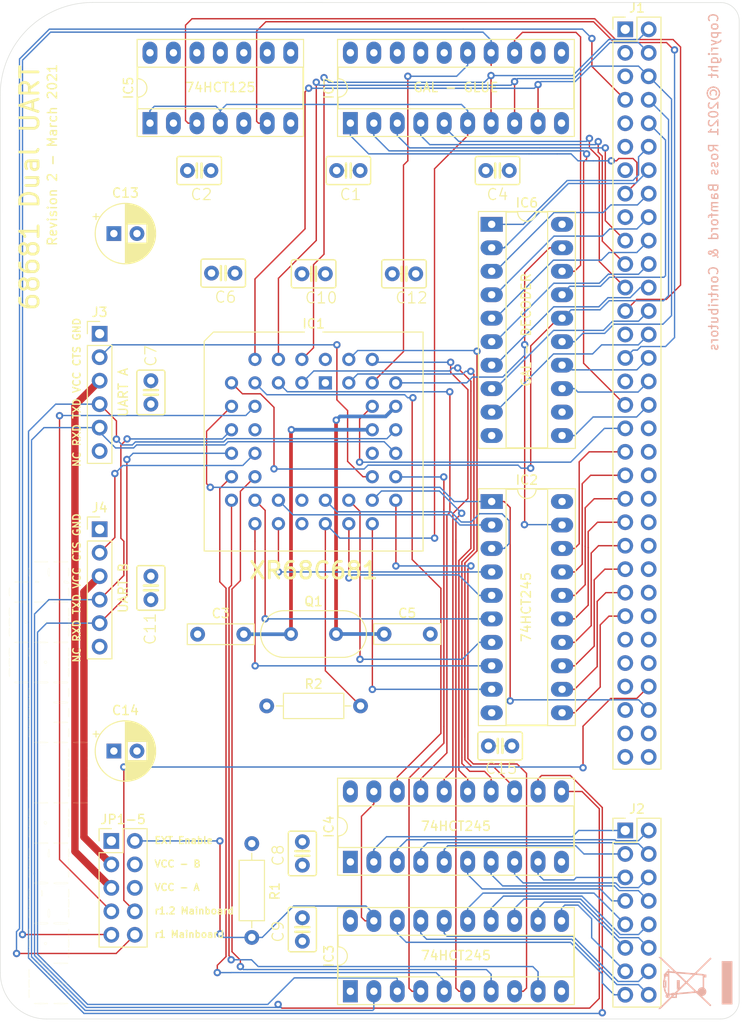
<source format=kicad_pcb>
(kicad_pcb (version 20171130) (host pcbnew "(5.1.5-0-10_14)")
  (layers (0 F.Cu signal) (1 In1.Cu signal) (2 In2.Cu signal) (31 B.Cu signal) (34 B.Paste user) (35 F.Paste user) (36 B.SilkS user) (37 F.SilkS user) (38 B.Mask user) (39 F.Mask user) (44 Edge.Cuts user))
  (net 0 "")
  (net 1 GND)
  (net 2 VCC)
  (net 3 "Net-(C5-Pad1)")
  (net 4 IP4)
  (net 5 BD7)
  (net 6 IP5)
  (net 7 BD5)
  (net 8 BD3)
  (net 9 IP2)
  (net 10 BD1)
  (net 11 SEL)
  (net 12 OP7)
  (net 13 RESET)
  (net 14 OP5)
  (net 15 OP3)
  (net 16 CTSB)
  (net 17 RXDA)
  (net 18 TXDB)
  (net 19 TXDA)
  (net 20 RXDB)
  (net 21 CTSA)
  (net 22 UDTACK)
  (net 23 OP2)
  (net 24 RnW)
  (net 25 OP4)
  (net 26 IP0)
  (net 27 OP6)
  (net 28 A4)
  (net 29 BD0)
  (net 30 A3)
  (net 31 BD2)
  (net 32 IP1)
  (net 33 BD4)
  (net 34 A2)
  (net 35 BD6)
  (net 36 IP3)
  (net 37 IRQ)
  (net 38 A1)
  (net 39 D8)
  (net 40 D9)
  (net 41 D10)
  (net 42 D11)
  (net 43 D12)
  (net 44 D13)
  (net 45 D14)
  (net 46 D15)
  (net 47 EXTEN)
  (net 48 BTXDA)
  (net 49 BTXDB)
  (net 50 BOP2)
  (net 51 BOP3)
  (net 52 BOP4)
  (net 53 BOP5)
  (net 54 BOP6)
  (net 55 BOP7)
  (net 56 IPL2)
  (net 57 IPL0)
  (net 58 A14)
  (net 59 SEL_IN)
  (net 60 A13)
  (net 61 A5)
  (net 62 A12)
  (net 63 A11)
  (net 64 A10)
  (net 65 A17)
  (net 66 A9)
  (net 67 A16)
  (net 68 A8)
  (net 69 "Net-(IC6-Pad12)")
  (net 70 A7)
  (net 71 A15)
  (net 72 A6)
  (net 73 "Net-(IC7-Pad19)")
  (net 74 "Net-(IC7-Pad18)")
  (net 75 "Net-(IC7-Pad17)")
  (net 76 "Net-(IC7-Pad16)")
  (net 77 FC2)
  (net 78 VPA)
  (net 79 FC1)
  (net 80 FC0)
  (net 81 "Net-(IC7-Pad12)")
  (net 82 UDS)
  (net 83 "Net-(IC7-Pad11)")
  (net 84 IOSEL)
  (net 85 "Net-(J1-Pad64)")
  (net 86 "Net-(J1-Pad63)")
  (net 87 "Net-(J1-Pad62)")
  (net 88 "Net-(J1-Pad61)")
  (net 89 "Net-(J1-Pad59)")
  (net 90 DTACK)
  (net 91 "Net-(J1-Pad57)")
  (net 92 "Net-(J1-Pad56)")
  (net 93 "Net-(J1-Pad55)")
  (net 94 "Net-(J1-Pad54)")
  (net 95 "Net-(J1-Pad53)")
  (net 96 "Net-(J1-Pad52)")
  (net 97 "Net-(J1-Pad50)")
  (net 98 "Net-(J1-Pad48)")
  (net 99 "Net-(J1-Pad46)")
  (net 100 "Net-(J1-Pad44)")
  (net 101 "Net-(J1-Pad42)")
  (net 102 "Net-(J1-Pad40)")
  (net 103 "Net-(J1-Pad38)")
  (net 104 "Net-(J1-Pad36)")
  (net 105 "Net-(J1-Pad31)")
  (net 106 "Net-(J1-Pad27)")
  (net 107 "Net-(J1-Pad17)")
  (net 108 "Net-(J1-Pad13)")
  (net 109 "Net-(J1-Pad11)")
  (net 110 "Net-(J1-Pad9)")
  (net 111 "Net-(J1-Pad3)")
  (net 112 BRXDB)
  (net 113 BIP5)
  (net 114 BIP4)
  (net 115 BIP3)
  (net 116 BIP2)
  (net 117 BIP1)
  (net 118 BIP0)
  (net 119 BRXDA)
  (net 120 "Net-(J3-Pad6)")
  (net 121 VCCUA)
  (net 122 "Net-(J4-Pad6)")
  (net 123 VCCUB)
  (net 124 "Net-(IC5-Pad11)")
  (net 125 "Net-(IC5-Pad8)")
  (net 126 "Net-(IC1-Pad34)")
  (net 127 "Net-(IC1-Pad23)")
  (net 128 "Net-(IC1-Pad12)")
  (net 129 IACK)
  (net 130 "Net-(IC1-Pad1)")
  (net 131 UVPA)
  (net 132 "Net-(C3-Pad2)")
  (module Capacitor_THT:C_Rect_L7.0mm_W2.0mm_P5.00mm (layer F.Cu) (at 92.35 114.34)
    (fp_text reference C5 (at 2.5 -2.25) (layer F.SilkS))
    (fp_text value 7pF)
    (pad 2 thru_hole circle (at 5 0) (size 1.6 1.6) (drill 0.8) (layers *.Cu *.Mask) (net 1 GND))
    (pad 1 thru_hole circle (at 0 0) (size 1.6 1.6) (drill 0.8) (layers *.Cu *.Mask) (net 3 "Net-(C5-Pad1)"))
  )
  (module Capacitor_THT:C_Rect_L7.0mm_W2.0mm_P5.00mm (layer F.Cu) (at 72.16 114.36)
    (fp_text reference C3 (at 2.5 -2.25) (layer F.SilkS))
    (fp_text value 7pF)
    (pad 2 thru_hole circle (at 5 0) (size 1.6 1.6) (drill 0.8) (layers *.Cu *.Mask) (net 132 "Net-(C3-Pad2)"))
    (pad 1 thru_hole circle (at 0 0) (size 1.6 1.6) (drill 0.8) (layers *.Cu *.Mask) (net 1 GND))
  )
  (module Package_DIP:DIP-20_W7.62mm_Socket_LongPads (layer F.Cu) (at 88.7 59.05 90)
    (fp_text reference IC7 (at 3.81 -2.33 90) (layer F.SilkS))
    (fp_text value IC7_UART_.PLD)
    (pad 20 thru_hole oval (at 7.62 0 90) (size 2.4 1.6) (drill 0.8) (layers *.Cu *.Mask) (net 2 VCC))
    (pad 10 thru_hole oval (at 0 22.86 90) (size 2.4 1.6) (drill 0.8) (layers *.Cu *.Mask) (net 1 GND))
    (pad 19 thru_hole oval (at 7.62 2.54 90) (size 2.4 1.6) (drill 0.8) (layers *.Cu *.Mask) (net 73 "Net-(IC7-Pad19)"))
    (pad 9 thru_hole oval (at 0 20.32 90) (size 2.4 1.6) (drill 0.8) (layers *.Cu *.Mask) (net 30 A3))
    (pad 18 thru_hole oval (at 7.62 5.08 90) (size 2.4 1.6) (drill 0.8) (layers *.Cu *.Mask) (net 74 "Net-(IC7-Pad18)"))
    (pad 8 thru_hole oval (at 0 17.78 90) (size 2.4 1.6) (drill 0.8) (layers *.Cu *.Mask) (net 34 A2))
    (pad 17 thru_hole oval (at 7.62 7.62 90) (size 2.4 1.6) (drill 0.8) (layers *.Cu *.Mask) (net 75 "Net-(IC7-Pad17)"))
    (pad 7 thru_hole oval (at 0 15.24 90) (size 2.4 1.6) (drill 0.8) (layers *.Cu *.Mask) (net 38 A1))
    (pad 16 thru_hole oval (at 7.62 10.16 90) (size 2.4 1.6) (drill 0.8) (layers *.Cu *.Mask) (net 76 "Net-(IC7-Pad16)"))
    (pad 6 thru_hole oval (at 0 12.7 90) (size 2.4 1.6) (drill 0.8) (layers *.Cu *.Mask) (net 37 IRQ))
    (pad 15 thru_hole oval (at 7.62 12.7 90) (size 2.4 1.6) (drill 0.8) (layers *.Cu *.Mask) (net 129 IACK))
    (pad 5 thru_hole oval (at 0 10.16 90) (size 2.4 1.6) (drill 0.8) (layers *.Cu *.Mask) (net 77 FC2))
    (pad 14 thru_hole oval (at 7.62 15.24 90) (size 2.4 1.6) (drill 0.8) (layers *.Cu *.Mask) (net 131 UVPA))
    (pad 4 thru_hole oval (at 0 7.62 90) (size 2.4 1.6) (drill 0.8) (layers *.Cu *.Mask) (net 79 FC1))
    (pad 13 thru_hole oval (at 7.62 17.78 90) (size 2.4 1.6) (drill 0.8) (layers *.Cu *.Mask) (net 59 SEL_IN))
    (pad 3 thru_hole oval (at 0 5.08 90) (size 2.4 1.6) (drill 0.8) (layers *.Cu *.Mask) (net 80 FC0))
    (pad 12 thru_hole oval (at 7.62 20.32 90) (size 2.4 1.6) (drill 0.8) (layers *.Cu *.Mask) (net 81 "Net-(IC7-Pad12)"))
    (pad 2 thru_hole oval (at 0 2.54 90) (size 2.4 1.6) (drill 0.8) (layers *.Cu *.Mask) (net 82 UDS))
    (pad 11 thru_hole oval (at 7.62 22.86 90) (size 2.4 1.6) (drill 0.8) (layers *.Cu *.Mask) (net 83 "Net-(IC7-Pad11)"))
    (pad 1 thru_hole rect (at 0 0 90) (size 2.4 1.6) (drill 0.8) (layers *.Cu *.Mask) (net 84 IOSEL))
  )
  (module Crystal:Crystal_HC49-4H_Vertical (layer F.Cu) (at 82.27 114.34)
    (fp_text reference Q1 (at 2.44 -3.525) (layer F.SilkS))
    (fp_text value Crystal)
    (pad 2 thru_hole circle (at 4.88 0) (size 1.5 1.5) (drill 0.8) (layers *.Cu *.Mask) (net 3 "Net-(C5-Pad1)"))
    (pad 1 thru_hole circle (at 0 0) (size 1.5 1.5) (drill 0.8) (layers *.Cu *.Mask) (net 132 "Net-(C3-Pad2)"))
  )
  (module Connector_PinHeader_2.54mm:PinHeader_2x05_P2.54mm_Vertical (layer F.Cu) (at 62.82 136.73)
    (fp_text reference JP1-5 (at 1.27 -2.33) (layer F.SilkS))
    (fp_text value Conn_02x05_Odd_Even)
    (pad 10 thru_hole oval (at 2.54 10.16) (size 1.7 1.7) (drill 1) (layers *.Cu *.Mask) (net 78 VPA))
    (pad 9 thru_hole oval (at 0 10.16) (size 1.7 1.7) (drill 1) (layers *.Cu *.Mask) (net 131 UVPA))
    (pad 8 thru_hole oval (at 2.54 7.62) (size 1.7 1.7) (drill 1) (layers *.Cu *.Mask) (net 90 DTACK))
    (pad 7 thru_hole oval (at 0 7.62) (size 1.7 1.7) (drill 1) (layers *.Cu *.Mask) (net 22 UDTACK))
    (pad 6 thru_hole oval (at 2.54 5.08) (size 1.7 1.7) (drill 1) (layers *.Cu *.Mask) (net 2 VCC))
    (pad 5 thru_hole oval (at 0 5.08) (size 1.7 1.7) (drill 1) (layers *.Cu *.Mask) (net 121 VCCUA))
    (pad 4 thru_hole oval (at 2.54 2.54) (size 1.7 1.7) (drill 1) (layers *.Cu *.Mask) (net 2 VCC))
    (pad 3 thru_hole oval (at 0 2.54) (size 1.7 1.7) (drill 1) (layers *.Cu *.Mask) (net 123 VCCUB))
    (pad 2 thru_hole oval (at 2.54 0) (size 1.7 1.7) (drill 1) (layers *.Cu *.Mask) (net 47 EXTEN))
    (pad 1 thru_hole rect (at 0 0) (size 1.7 1.7) (drill 1) (layers *.Cu *.Mask) (net 1 GND))
  )
  (module Resistor_THT:R_Axial_DIN0207_L6.3mm_D2.5mm_P10.16mm_Horizontal (layer F.Cu) (at 79.64 122.12)
    (fp_text reference R2 (at 5.08 -2.37) (layer F.SilkS))
    (fp_text value 10K)
    (pad 2 thru_hole oval (at 10.16 0) (size 1.6 1.6) (drill 0.8) (layers *.Cu *.Mask) (net 37 IRQ))
    (pad 1 thru_hole circle (at 0 0) (size 1.6 1.6) (drill 0.8) (layers *.Cu *.Mask) (net 2 VCC))
  )
  (module Package_LCC:PLCC-44_THT-Socket (layer F.Cu) (at 85.99 87.15635)
    (fp_text reference IC1 (at -1.27 -6.4) (layer F.SilkS))
    (fp_text value XR68C681CJTR-F)
    (pad 39 thru_hole circle (at 7.62 0) (size 1.4224 1.4224) (drill 0.8) (layers *.Cu *.Mask) (net 11 SEL))
    (pad 37 thru_hole circle (at 7.62 2.54) (size 1.4224 1.4224) (drill 0.8) (layers *.Cu *.Mask) (net 3 "Net-(C5-Pad1)"))
    (pad 35 thru_hole circle (at 7.62 5.08) (size 1.4224 1.4224) (drill 0.8) (layers *.Cu *.Mask) (net 17 RXDA))
    (pad 33 thru_hole circle (at 7.62 7.62) (size 1.4224 1.4224) (drill 0.8) (layers *.Cu *.Mask) (net 19 TXDA))
    (pad 31 thru_hole circle (at 7.62 10.16) (size 1.4224 1.4224) (drill 0.8) (layers *.Cu *.Mask) (net 23 OP2))
    (pad 40 thru_hole circle (at 5.08 -2.54) (size 1.4224 1.4224) (drill 0.8) (layers *.Cu *.Mask) (net 9 IP2))
    (pad 38 thru_hole circle (at 5.08 2.54) (size 1.4224 1.4224) (drill 0.8) (layers *.Cu *.Mask) (net 13 RESET))
    (pad 36 thru_hole circle (at 5.08 5.08) (size 1.4224 1.4224) (drill 0.8) (layers *.Cu *.Mask) (net 132 "Net-(C3-Pad2)"))
    (pad 34 thru_hole circle (at 5.08 7.62) (size 1.4224 1.4224) (drill 0.8) (layers *.Cu *.Mask) (net 126 "Net-(IC1-Pad34)"))
    (pad 32 thru_hole circle (at 5.08 10.16) (size 1.4224 1.4224) (drill 0.8) (layers *.Cu *.Mask) (net 21 CTSA))
    (pad 30 thru_hole circle (at 5.08 12.7) (size 1.4224 1.4224) (drill 0.8) (layers *.Cu *.Mask) (net 25 OP4))
    (pad 28 thru_hole circle (at 5.08 15.24) (size 1.4224 1.4224) (drill 0.8) (layers *.Cu *.Mask) (net 29 BD0))
    (pad 26 thru_hole circle (at 2.54 15.24) (size 1.4224 1.4224) (drill 0.8) (layers *.Cu *.Mask) (net 33 BD4))
    (pad 24 thru_hole circle (at 0 15.24) (size 1.4224 1.4224) (drill 0.8) (layers *.Cu *.Mask) (net 37 IRQ))
    (pad 22 thru_hole circle (at -2.54 15.24) (size 1.4224 1.4224) (drill 0.8) (layers *.Cu *.Mask) (net 1 GND))
    (pad 20 thru_hole circle (at -5.08 15.24) (size 1.4224 1.4224) (drill 0.8) (layers *.Cu *.Mask) (net 7 BD5))
    (pad 18 thru_hole circle (at -7.62 15.24) (size 1.4224 1.4224) (drill 0.8) (layers *.Cu *.Mask) (net 10 BD1))
    (pad 29 thru_hole circle (at 7.62 12.7) (size 1.4224 1.4224) (drill 0.8) (layers *.Cu *.Mask) (net 27 OP6))
    (pad 27 thru_hole circle (at 2.54 12.7) (size 1.4224 1.4224) (drill 0.8) (layers *.Cu *.Mask) (net 31 BD2))
    (pad 25 thru_hole circle (at 0 12.7) (size 1.4224 1.4224) (drill 0.8) (layers *.Cu *.Mask) (net 35 BD6))
    (pad 23 thru_hole circle (at -2.54 12.7) (size 1.4224 1.4224) (drill 0.8) (layers *.Cu *.Mask) (net 127 "Net-(IC1-Pad23)"))
    (pad 21 thru_hole circle (at -5.08 12.7) (size 1.4224 1.4224) (drill 0.8) (layers *.Cu *.Mask) (net 5 BD7))
    (pad 19 thru_hole circle (at -7.62 12.7) (size 1.4224 1.4224) (drill 0.8) (layers *.Cu *.Mask) (net 8 BD3))
    (pad 17 thru_hole circle (at -10.16 12.7) (size 1.4224 1.4224) (drill 0.8) (layers *.Cu *.Mask) (net 12 OP7))
    (pad 15 thru_hole circle (at -10.16 10.16) (size 1.4224 1.4224) (drill 0.8) (layers *.Cu *.Mask) (net 15 OP3))
    (pad 13 thru_hole circle (at -10.16 7.62) (size 1.4224 1.4224) (drill 0.8) (layers *.Cu *.Mask) (net 18 TXDB))
    (pad 11 thru_hole circle (at -10.16 5.08) (size 1.4224 1.4224) (drill 0.8) (layers *.Cu *.Mask) (net 20 RXDB))
    (pad 9 thru_hole circle (at -10.16 2.54) (size 1.4224 1.4224) (drill 0.8) (layers *.Cu *.Mask) (net 24 RnW))
    (pad 7 thru_hole circle (at -10.16 0) (size 1.4224 1.4224) (drill 0.8) (layers *.Cu *.Mask) (net 28 A4))
    (pad 16 thru_hole circle (at -7.62 10.16) (size 1.4224 1.4224) (drill 0.8) (layers *.Cu *.Mask) (net 14 OP5))
    (pad 14 thru_hole circle (at -7.62 7.62) (size 1.4224 1.4224) (drill 0.8) (layers *.Cu *.Mask) (net 16 CTSB))
    (pad 12 thru_hole circle (at -7.62 5.08) (size 1.4224 1.4224) (drill 0.8) (layers *.Cu *.Mask) (net 128 "Net-(IC1-Pad12)"))
    (pad 10 thru_hole circle (at -7.62 2.54) (size 1.4224 1.4224) (drill 0.8) (layers *.Cu *.Mask) (net 22 UDTACK))
    (pad 8 thru_hole circle (at -7.62 0) (size 1.4224 1.4224) (drill 0.8) (layers *.Cu *.Mask) (net 26 IP0))
    (pad 42 thru_hole circle (at 2.54 -2.54) (size 1.4224 1.4224) (drill 0.8) (layers *.Cu *.Mask) (net 6 IP5))
    (pad 44 thru_hole circle (at 0 -2.54) (size 1.4224 1.4224) (drill 0.8) (layers *.Cu *.Mask) (net 2 VCC))
    (pad 6 thru_hole circle (at -7.62 -2.54) (size 1.4224 1.4224) (drill 0.8) (layers *.Cu *.Mask) (net 30 A3))
    (pad 4 thru_hole circle (at -5.08 -2.54) (size 1.4224 1.4224) (drill 0.8) (layers *.Cu *.Mask) (net 34 A2))
    (pad 2 thru_hole circle (at -2.54 -2.54) (size 1.4224 1.4224) (drill 0.8) (layers *.Cu *.Mask) (net 38 A1))
    (pad 41 thru_hole circle (at 5.08 0) (size 1.4224 1.4224) (drill 0.8) (layers *.Cu *.Mask) (net 129 IACK))
    (pad 43 thru_hole circle (at 2.54 0) (size 1.4224 1.4224) (drill 0.8) (layers *.Cu *.Mask) (net 4 IP4))
    (pad 5 thru_hole circle (at -5.08 0) (size 1.4224 1.4224) (drill 0.8) (layers *.Cu *.Mask) (net 32 IP1))
    (pad 3 thru_hole circle (at -2.54 0) (size 1.4224 1.4224) (drill 0.8) (layers *.Cu *.Mask) (net 36 IP3))
    (pad 1 thru_hole rect (at 0 0) (size 1.4224 1.4224) (drill 0.8) (layers *.Cu *.Mask) (net 130 "Net-(IC1-Pad1)"))
  )
  (module Symbol:WEEE-Logo_5.6x8mm_SilkScreen (layer B.Cu) (at 126.05 152.1 270)
    (fp_text reference REF** hide)
    (fp_text value WEEE-Logo_5.6x8mm_SilkScreen hide)
  )
  (module rosco_m68k:MD-rosco_m68k_logo (layer F.Cu) (at 59.05 129.4 90)
    (fp_text reference REF** hide)
    (fp_text value MD-rosco_m68k_logo hide)
  )
  (module Package_DIP:DIP-20_W7.62mm_Socket_LongPads (layer F.Cu) (at 88.7 139 90)
    (fp_text reference IC4 (at 3.81 -2.33 90) (layer F.SilkS))
    (fp_text value 74HCT245)
    (pad 20 thru_hole oval (at 7.62 0 90) (size 2.4 1.6) (drill 0.8) (layers *.Cu *.Mask) (net 2 VCC))
    (pad 10 thru_hole oval (at 0 22.86 90) (size 2.4 1.6) (drill 0.8) (layers *.Cu *.Mask) (net 1 GND))
    (pad 19 thru_hole oval (at 7.62 2.54 90) (size 2.4 1.6) (drill 0.8) (layers *.Cu *.Mask) (net 47 EXTEN))
    (pad 9 thru_hole oval (at 0 20.32 90) (size 2.4 1.6) (drill 0.8) (layers *.Cu *.Mask) (net 112 BRXDB))
    (pad 18 thru_hole oval (at 7.62 5.08 90) (size 2.4 1.6) (drill 0.8) (layers *.Cu *.Mask) (net 26 IP0))
    (pad 8 thru_hole oval (at 0 17.78 90) (size 2.4 1.6) (drill 0.8) (layers *.Cu *.Mask) (net 119 BRXDA))
    (pad 17 thru_hole oval (at 7.62 7.62 90) (size 2.4 1.6) (drill 0.8) (layers *.Cu *.Mask) (net 32 IP1))
    (pad 7 thru_hole oval (at 0 15.24 90) (size 2.4 1.6) (drill 0.8) (layers *.Cu *.Mask) (net 113 BIP5))
    (pad 16 thru_hole oval (at 7.62 10.16 90) (size 2.4 1.6) (drill 0.8) (layers *.Cu *.Mask) (net 9 IP2))
    (pad 6 thru_hole oval (at 0 12.7 90) (size 2.4 1.6) (drill 0.8) (layers *.Cu *.Mask) (net 114 BIP4))
    (pad 15 thru_hole oval (at 7.62 12.7 90) (size 2.4 1.6) (drill 0.8) (layers *.Cu *.Mask) (net 36 IP3))
    (pad 5 thru_hole oval (at 0 10.16 90) (size 2.4 1.6) (drill 0.8) (layers *.Cu *.Mask) (net 115 BIP3))
    (pad 14 thru_hole oval (at 7.62 15.24 90) (size 2.4 1.6) (drill 0.8) (layers *.Cu *.Mask) (net 4 IP4))
    (pad 4 thru_hole oval (at 0 7.62 90) (size 2.4 1.6) (drill 0.8) (layers *.Cu *.Mask) (net 116 BIP2))
    (pad 13 thru_hole oval (at 7.62 17.78 90) (size 2.4 1.6) (drill 0.8) (layers *.Cu *.Mask) (net 6 IP5))
    (pad 3 thru_hole oval (at 0 5.08 90) (size 2.4 1.6) (drill 0.8) (layers *.Cu *.Mask) (net 117 BIP1))
    (pad 12 thru_hole oval (at 7.62 20.32 90) (size 2.4 1.6) (drill 0.8) (layers *.Cu *.Mask) (net 17 RXDA))
    (pad 2 thru_hole oval (at 0 2.54 90) (size 2.4 1.6) (drill 0.8) (layers *.Cu *.Mask) (net 118 BIP0))
    (pad 11 thru_hole oval (at 7.62 22.86 90) (size 2.4 1.6) (drill 0.8) (layers *.Cu *.Mask) (net 20 RXDB))
    (pad 1 thru_hole rect (at 0 0 90) (size 2.4 1.6) (drill 0.8) (layers *.Cu *.Mask) (net 2 VCC))
  )
  (module rosco_m68k:C2.5-3 (layer F.Cu) (at 94.5058 75.355)
    (fp_text reference C12 (at -1.016 3.302 -180) (layer F.SilkS) (effects (font (size 1.2065 1.2065) (thickness 0.12065)) (justify left bottom)))
    (fp_text value 100nF)
    (pad 1 thru_hole circle (at -1.27 0) (size 1.6002 1.6002) (drill 0.8128) (layers *.Cu *.Mask) (net 1 GND))
    (pad 2 thru_hole circle (at 1.27 0) (size 1.6002 1.6002) (drill 0.8128) (layers *.Cu *.Mask) (net 2 VCC))
  )
  (module rosco_m68k:C2.5-3 (layer F.Cu) (at 67.1 109.35 270)
    (fp_text reference C11 (at 2.6 -0.625 270) (layer F.SilkS) (effects (font (size 1.2065 1.2065) (thickness 0.12065)) (justify right bottom)))
    (fp_text value 100nF)
    (pad 1 thru_hole circle (at -1.27 0 270) (size 1.6002 1.6002) (drill 0.8128) (layers *.Cu *.Mask) (net 1 GND))
    (pad 2 thru_hole circle (at 1.27 0 270) (size 1.6002 1.6002) (drill 0.8128) (layers *.Cu *.Mask) (net 2 VCC))
  )
  (module rosco_m68k:C2.5-3 (layer F.Cu) (at 84.72 75.355)
    (fp_text reference C10 (at -1.016 3.302 -180) (layer F.SilkS) (effects (font (size 1.2065 1.2065) (thickness 0.12065)) (justify left bottom)))
    (fp_text value 100nF)
    (pad 1 thru_hole circle (at -1.27 0) (size 1.6002 1.6002) (drill 0.8128) (layers *.Cu *.Mask) (net 1 GND))
    (pad 2 thru_hole circle (at 1.27 0) (size 1.6002 1.6002) (drill 0.8128) (layers *.Cu *.Mask) (net 2 VCC))
  )
  (module rosco_m68k:C2.5-3 (layer F.Cu) (at 104.9142 126.45)
    (fp_text reference C15 (at -1.7142 3.125 -180) (layer F.SilkS) (effects (font (size 1.2065 1.2065) (thickness 0.12065)) (justify left bottom)))
    (fp_text value 100nF)
    (pad 1 thru_hole circle (at -1.27 0) (size 1.6002 1.6002) (drill 0.8128) (layers *.Cu *.Mask) (net 2 VCC))
    (pad 2 thru_hole circle (at 1.27 0) (size 1.6002 1.6002) (drill 0.8128) (layers *.Cu *.Mask) (net 1 GND))
  )
  (module rosco_m68k:C2.5-3 (layer F.Cu) (at 83.5 146.3142 270)
    (fp_text reference C9 (at -1.025 1.925 270) (layer F.SilkS) (effects (font (size 1.2065 1.2065) (thickness 0.12065)) (justify right bottom)))
    (fp_text value 100nF)
    (pad 1 thru_hole circle (at -1.27 0 270) (size 1.6002 1.6002) (drill 0.8128) (layers *.Cu *.Mask) (net 1 GND))
    (pad 2 thru_hole circle (at 1.27 0 270) (size 1.6002 1.6002) (drill 0.8128) (layers *.Cu *.Mask) (net 2 VCC))
  )
  (module rosco_m68k:C2.5-3 (layer F.Cu) (at 83.5 138.0858 270)
    (fp_text reference C8 (at -1.05 1.925 270) (layer F.SilkS) (effects (font (size 1.2065 1.2065) (thickness 0.12065)) (justify right bottom)))
    (fp_text value 100nF)
    (pad 1 thru_hole circle (at -1.27 0 270) (size 1.6002 1.6002) (drill 0.8128) (layers *.Cu *.Mask) (net 1 GND))
    (pad 2 thru_hole circle (at 1.27 0 270) (size 1.6002 1.6002) (drill 0.8128) (layers *.Cu *.Mask) (net 2 VCC))
  )
  (module rosco_m68k:C2.5-3 (layer F.Cu) (at 67.1 88.19 270)
    (fp_text reference C7 (at -5.215 -0.7 270) (layer F.SilkS) (effects (font (size 1.2065 1.2065) (thickness 0.12065)) (justify right bottom)))
    (fp_text value 100nF)
    (pad 1 thru_hole circle (at -1.27 0 270) (size 1.6002 1.6002) (drill 0.8128) (layers *.Cu *.Mask) (net 2 VCC))
    (pad 2 thru_hole circle (at 1.27 0 270) (size 1.6002 1.6002) (drill 0.8128) (layers *.Cu *.Mask) (net 1 GND))
  )
  (module rosco_m68k:C2.5-3 (layer F.Cu) (at 74.9342 75.28)
    (fp_text reference C6 (at -1.016 3.302 -180) (layer F.SilkS) (effects (font (size 1.2065 1.2065) (thickness 0.12065)) (justify left bottom)))
    (fp_text value 100nF)
    (pad 1 thru_hole circle (at -1.27 0) (size 1.6002 1.6002) (drill 0.8128) (layers *.Cu *.Mask) (net 2 VCC))
    (pad 2 thru_hole circle (at 1.27 0) (size 1.6002 1.6002) (drill 0.8128) (layers *.Cu *.Mask) (net 1 GND))
  )
  (module rosco_m68k:C2.5-3 (layer F.Cu) (at 104.6342 64.175 180)
    (fp_text reference C4 (at -1.2458 -3.302 180) (layer F.SilkS) (effects (font (size 1.2065 1.2065) (thickness 0.12065)) (justify right bottom)))
    (fp_text value 100nF)
    (pad 1 thru_hole circle (at -1.27 0 180) (size 1.6002 1.6002) (drill 0.8128) (layers *.Cu *.Mask) (net 2 VCC))
    (pad 2 thru_hole circle (at 1.27 0 180) (size 1.6002 1.6002) (drill 0.8128) (layers *.Cu *.Mask) (net 1 GND))
  )
  (module rosco_m68k:C2.5-3 (layer F.Cu) (at 72.33 64.175)
    (fp_text reference C2 (at -1.016 3.302 -180) (layer F.SilkS) (effects (font (size 1.2065 1.2065) (thickness 0.12065)) (justify left bottom)))
    (fp_text value 100nF)
    (pad 1 thru_hole circle (at -1.27 0) (size 1.6002 1.6002) (drill 0.8128) (layers *.Cu *.Mask) (net 2 VCC))
    (pad 2 thru_hole circle (at 1.27 0) (size 1.6002 1.6002) (drill 0.8128) (layers *.Cu *.Mask) (net 1 GND))
  )
  (module rosco_m68k:C2.5-3 (layer F.Cu) (at 88.4821 64.175)
    (fp_text reference C1 (at -1.016 3.302 -180) (layer F.SilkS) (effects (font (size 1.2065 1.2065) (thickness 0.12065)) (justify left bottom)))
    (fp_text value 100nF)
    (pad 1 thru_hole circle (at -1.27 0) (size 1.6002 1.6002) (drill 0.8128) (layers *.Cu *.Mask) (net 2 VCC))
    (pad 2 thru_hole circle (at 1.27 0) (size 1.6002 1.6002) (drill 0.8128) (layers *.Cu *.Mask) (net 1 GND))
  )
  (module Resistor_THT:R_Axial_DIN0207_L6.3mm_D2.5mm_P10.16mm_Horizontal (layer F.Cu) (at 78.025 147.175 90)
    (fp_text reference R1 (at 5 2.5 90) (layer F.SilkS))
    (fp_text value 10K)
    (pad 2 thru_hole oval (at 10.16 0 90) (size 1.6 1.6) (drill 0.8) (layers *.Cu *.Mask) (net 2 VCC))
    (pad 1 thru_hole circle (at 0 0 90) (size 1.6 1.6) (drill 0.8) (layers *.Cu *.Mask) (net 47 EXTEN))
  )
  (module Connector_PinHeader_2.54mm:PinHeader_1x06_P2.54mm_Vertical (layer F.Cu) (at 61.55 103)
    (fp_text reference J4 (at 0 -2.33) (layer F.SilkS))
    (fp_text value UART_B)
    (pad 6 thru_hole oval (at 0 12.7) (size 1.7 1.7) (drill 1) (layers *.Cu *.Mask) (net 122 "Net-(J4-Pad6)"))
    (pad 5 thru_hole oval (at 0 10.16) (size 1.7 1.7) (drill 1) (layers *.Cu *.Mask) (net 18 TXDB))
    (pad 4 thru_hole oval (at 0 7.62) (size 1.7 1.7) (drill 1) (layers *.Cu *.Mask) (net 20 RXDB))
    (pad 3 thru_hole oval (at 0 5.08) (size 1.7 1.7) (drill 1) (layers *.Cu *.Mask) (net 123 VCCUB))
    (pad 2 thru_hole oval (at 0 2.54) (size 1.7 1.7) (drill 1) (layers *.Cu *.Mask) (net 16 CTSB))
    (pad 1 thru_hole rect (at 0 0) (size 1.7 1.7) (drill 1) (layers *.Cu *.Mask) (net 1 GND))
  )
  (module Connector_PinHeader_2.54mm:PinHeader_1x06_P2.54mm_Vertical (layer F.Cu) (at 61.55 81.84)
    (fp_text reference J3 (at 0 -2.33) (layer F.SilkS))
    (fp_text value UART_A)
    (pad 6 thru_hole oval (at 0 12.7) (size 1.7 1.7) (drill 1) (layers *.Cu *.Mask) (net 120 "Net-(J3-Pad6)"))
    (pad 5 thru_hole oval (at 0 10.16) (size 1.7 1.7) (drill 1) (layers *.Cu *.Mask) (net 19 TXDA))
    (pad 4 thru_hole oval (at 0 7.62) (size 1.7 1.7) (drill 1) (layers *.Cu *.Mask) (net 17 RXDA))
    (pad 3 thru_hole oval (at 0 5.08) (size 1.7 1.7) (drill 1) (layers *.Cu *.Mask) (net 121 VCCUA))
    (pad 2 thru_hole oval (at 0 2.54) (size 1.7 1.7) (drill 1) (layers *.Cu *.Mask) (net 21 CTSA))
    (pad 1 thru_hole rect (at 0 0) (size 1.7 1.7) (drill 1) (layers *.Cu *.Mask) (net 1 GND))
  )
  (module Connector_PinHeader_2.54mm:PinHeader_2x08_P2.54mm_Vertical (layer F.Cu) (at 118.46 135.6)
    (fp_text reference J2 (at 1.27 -2.33) (layer F.SilkS))
    (fp_text value EXTBUS)
    (pad 16 thru_hole oval (at 2.54 17.78) (size 1.7 1.7) (drill 1) (layers *.Cu *.Mask) (net 49 BTXDB))
    (pad 15 thru_hole oval (at 0 17.78) (size 1.7 1.7) (drill 1) (layers *.Cu *.Mask) (net 48 BTXDA))
    (pad 14 thru_hole oval (at 2.54 15.24) (size 1.7 1.7) (drill 1) (layers *.Cu *.Mask) (net 50 BOP2))
    (pad 13 thru_hole oval (at 0 15.24) (size 1.7 1.7) (drill 1) (layers *.Cu *.Mask) (net 55 BOP7))
    (pad 12 thru_hole oval (at 2.54 12.7) (size 1.7 1.7) (drill 1) (layers *.Cu *.Mask) (net 53 BOP5))
    (pad 11 thru_hole oval (at 0 12.7) (size 1.7 1.7) (drill 1) (layers *.Cu *.Mask) (net 54 BOP6))
    (pad 10 thru_hole oval (at 2.54 10.16) (size 1.7 1.7) (drill 1) (layers *.Cu *.Mask) (net 52 BOP4))
    (pad 9 thru_hole oval (at 0 10.16) (size 1.7 1.7) (drill 1) (layers *.Cu *.Mask) (net 51 BOP3))
    (pad 8 thru_hole oval (at 2.54 7.62) (size 1.7 1.7) (drill 1) (layers *.Cu *.Mask) (net 113 BIP5))
    (pad 7 thru_hole oval (at 0 7.62) (size 1.7 1.7) (drill 1) (layers *.Cu *.Mask) (net 114 BIP4))
    (pad 6 thru_hole oval (at 2.54 5.08) (size 1.7 1.7) (drill 1) (layers *.Cu *.Mask) (net 119 BRXDA))
    (pad 5 thru_hole oval (at 0 5.08) (size 1.7 1.7) (drill 1) (layers *.Cu *.Mask) (net 112 BRXDB))
    (pad 4 thru_hole oval (at 2.54 2.54) (size 1.7 1.7) (drill 1) (layers *.Cu *.Mask) (net 116 BIP2))
    (pad 3 thru_hole oval (at 0 2.54) (size 1.7 1.7) (drill 1) (layers *.Cu *.Mask) (net 115 BIP3))
    (pad 2 thru_hole oval (at 2.54 0) (size 1.7 1.7) (drill 1) (layers *.Cu *.Mask) (net 117 BIP1))
    (pad 1 thru_hole rect (at 0 0) (size 1.7 1.7) (drill 1) (layers *.Cu *.Mask) (net 118 BIP0))
  )
  (module Connector_PinHeader_2.54mm:PinHeader_2x32_P2.54mm_Vertical (layer F.Cu) (at 118.46 48.9)
    (fp_text reference J1 (at 1.27 -2.33) (layer F.SilkS))
    (fp_text value Conn_02x32_Odd_Even)
    (pad 64 thru_hole oval (at 2.54 78.74) (size 1.7 1.7) (drill 1) (layers *.Cu *.Mask) (net 85 "Net-(J1-Pad64)"))
    (pad 63 thru_hole oval (at 0 78.74) (size 1.7 1.7) (drill 1) (layers *.Cu *.Mask) (net 86 "Net-(J1-Pad63)"))
    (pad 62 thru_hole oval (at 2.54 76.2) (size 1.7 1.7) (drill 1) (layers *.Cu *.Mask) (net 87 "Net-(J1-Pad62)"))
    (pad 61 thru_hole oval (at 0 76.2) (size 1.7 1.7) (drill 1) (layers *.Cu *.Mask) (net 88 "Net-(J1-Pad61)"))
    (pad 60 thru_hole oval (at 2.54 73.66) (size 1.7 1.7) (drill 1) (layers *.Cu *.Mask) (net 24 RnW))
    (pad 59 thru_hole oval (at 0 73.66) (size 1.7 1.7) (drill 1) (layers *.Cu *.Mask) (net 89 "Net-(J1-Pad59)"))
    (pad 58 thru_hole oval (at 2.54 71.12) (size 1.7 1.7) (drill 1) (layers *.Cu *.Mask) (net 90 DTACK))
    (pad 57 thru_hole oval (at 0 71.12) (size 1.7 1.7) (drill 1) (layers *.Cu *.Mask) (net 91 "Net-(J1-Pad57)"))
    (pad 56 thru_hole oval (at 2.54 68.58) (size 1.7 1.7) (drill 1) (layers *.Cu *.Mask) (net 92 "Net-(J1-Pad56)"))
    (pad 55 thru_hole oval (at 0 68.58) (size 1.7 1.7) (drill 1) (layers *.Cu *.Mask) (net 93 "Net-(J1-Pad55)"))
    (pad 54 thru_hole oval (at 2.54 66.04) (size 1.7 1.7) (drill 1) (layers *.Cu *.Mask) (net 94 "Net-(J1-Pad54)"))
    (pad 53 thru_hole oval (at 0 66.04) (size 1.7 1.7) (drill 1) (layers *.Cu *.Mask) (net 95 "Net-(J1-Pad53)"))
    (pad 52 thru_hole oval (at 2.54 63.5) (size 1.7 1.7) (drill 1) (layers *.Cu *.Mask) (net 96 "Net-(J1-Pad52)"))
    (pad 51 thru_hole oval (at 0 63.5) (size 1.7 1.7) (drill 1) (layers *.Cu *.Mask) (net 39 D8))
    (pad 50 thru_hole oval (at 2.54 60.96) (size 1.7 1.7) (drill 1) (layers *.Cu *.Mask) (net 97 "Net-(J1-Pad50)"))
    (pad 49 thru_hole oval (at 0 60.96) (size 1.7 1.7) (drill 1) (layers *.Cu *.Mask) (net 40 D9))
    (pad 48 thru_hole oval (at 2.54 58.42) (size 1.7 1.7) (drill 1) (layers *.Cu *.Mask) (net 98 "Net-(J1-Pad48)"))
    (pad 47 thru_hole oval (at 0 58.42) (size 1.7 1.7) (drill 1) (layers *.Cu *.Mask) (net 41 D10))
    (pad 46 thru_hole oval (at 2.54 55.88) (size 1.7 1.7) (drill 1) (layers *.Cu *.Mask) (net 99 "Net-(J1-Pad46)"))
    (pad 45 thru_hole oval (at 0 55.88) (size 1.7 1.7) (drill 1) (layers *.Cu *.Mask) (net 42 D11))
    (pad 44 thru_hole oval (at 2.54 53.34) (size 1.7 1.7) (drill 1) (layers *.Cu *.Mask) (net 100 "Net-(J1-Pad44)"))
    (pad 43 thru_hole oval (at 0 53.34) (size 1.7 1.7) (drill 1) (layers *.Cu *.Mask) (net 43 D12))
    (pad 42 thru_hole oval (at 2.54 50.8) (size 1.7 1.7) (drill 1) (layers *.Cu *.Mask) (net 101 "Net-(J1-Pad42)"))
    (pad 41 thru_hole oval (at 0 50.8) (size 1.7 1.7) (drill 1) (layers *.Cu *.Mask) (net 44 D13))
    (pad 40 thru_hole oval (at 2.54 48.26) (size 1.7 1.7) (drill 1) (layers *.Cu *.Mask) (net 102 "Net-(J1-Pad40)"))
    (pad 39 thru_hole oval (at 0 48.26) (size 1.7 1.7) (drill 1) (layers *.Cu *.Mask) (net 45 D14))
    (pad 38 thru_hole oval (at 2.54 45.72) (size 1.7 1.7) (drill 1) (layers *.Cu *.Mask) (net 103 "Net-(J1-Pad38)"))
    (pad 37 thru_hole oval (at 0 45.72) (size 1.7 1.7) (drill 1) (layers *.Cu *.Mask) (net 46 D15))
    (pad 36 thru_hole oval (at 2.54 43.18) (size 1.7 1.7) (drill 1) (layers *.Cu *.Mask) (net 104 "Net-(J1-Pad36)"))
    (pad 35 thru_hole oval (at 0 43.18) (size 1.7 1.7) (drill 1) (layers *.Cu *.Mask) (net 13 RESET))
    (pad 34 thru_hole oval (at 2.54 40.64) (size 1.7 1.7) (drill 1) (layers *.Cu *.Mask) (net 65 A17))
    (pad 33 thru_hole oval (at 0 40.64) (size 1.7 1.7) (drill 1) (layers *.Cu *.Mask) (net 82 UDS))
    (pad 32 thru_hole oval (at 2.54 38.1) (size 1.7 1.7) (drill 1) (layers *.Cu *.Mask) (net 67 A16))
    (pad 31 thru_hole oval (at 0 38.1) (size 1.7 1.7) (drill 1) (layers *.Cu *.Mask) (net 105 "Net-(J1-Pad31)"))
    (pad 30 thru_hole oval (at 2.54 35.56) (size 1.7 1.7) (drill 1) (layers *.Cu *.Mask) (net 71 A15))
    (pad 29 thru_hole oval (at 0 35.56) (size 1.7 1.7) (drill 1) (layers *.Cu *.Mask) (net 56 IPL2))
    (pad 28 thru_hole oval (at 2.54 33.02) (size 1.7 1.7) (drill 1) (layers *.Cu *.Mask) (net 58 A14))
    (pad 27 thru_hole oval (at 0 33.02) (size 1.7 1.7) (drill 1) (layers *.Cu *.Mask) (net 106 "Net-(J1-Pad27)"))
    (pad 26 thru_hole oval (at 2.54 30.48) (size 1.7 1.7) (drill 1) (layers *.Cu *.Mask) (net 60 A13))
    (pad 25 thru_hole oval (at 0 30.48) (size 1.7 1.7) (drill 1) (layers *.Cu *.Mask) (net 57 IPL0))
    (pad 24 thru_hole oval (at 2.54 27.94) (size 1.7 1.7) (drill 1) (layers *.Cu *.Mask) (net 62 A12))
    (pad 23 thru_hole oval (at 0 27.94) (size 1.7 1.7) (drill 1) (layers *.Cu *.Mask) (net 77 FC2))
    (pad 22 thru_hole oval (at 2.54 25.4) (size 1.7 1.7) (drill 1) (layers *.Cu *.Mask) (net 63 A11))
    (pad 21 thru_hole oval (at 0 25.4) (size 1.7 1.7) (drill 1) (layers *.Cu *.Mask) (net 79 FC1))
    (pad 20 thru_hole oval (at 2.54 22.86) (size 1.7 1.7) (drill 1) (layers *.Cu *.Mask) (net 64 A10))
    (pad 19 thru_hole oval (at 0 22.86) (size 1.7 1.7) (drill 1) (layers *.Cu *.Mask) (net 80 FC0))
    (pad 18 thru_hole oval (at 2.54 20.32) (size 1.7 1.7) (drill 1) (layers *.Cu *.Mask) (net 66 A9))
    (pad 17 thru_hole oval (at 0 20.32) (size 1.7 1.7) (drill 1) (layers *.Cu *.Mask) (net 107 "Net-(J1-Pad17)"))
    (pad 16 thru_hole oval (at 2.54 17.78) (size 1.7 1.7) (drill 1) (layers *.Cu *.Mask) (net 68 A8))
    (pad 15 thru_hole oval (at 0 17.78) (size 1.7 1.7) (drill 1) (layers *.Cu *.Mask) (net 84 IOSEL))
    (pad 14 thru_hole oval (at 2.54 15.24) (size 1.7 1.7) (drill 1) (layers *.Cu *.Mask) (net 70 A7))
    (pad 13 thru_hole oval (at 0 15.24) (size 1.7 1.7) (drill 1) (layers *.Cu *.Mask) (net 108 "Net-(J1-Pad13)"))
    (pad 12 thru_hole oval (at 2.54 12.7) (size 1.7 1.7) (drill 1) (layers *.Cu *.Mask) (net 72 A6))
    (pad 11 thru_hole oval (at 0 12.7) (size 1.7 1.7) (drill 1) (layers *.Cu *.Mask) (net 109 "Net-(J1-Pad11)"))
    (pad 10 thru_hole oval (at 2.54 10.16) (size 1.7 1.7) (drill 1) (layers *.Cu *.Mask) (net 61 A5))
    (pad 9 thru_hole oval (at 0 10.16) (size 1.7 1.7) (drill 1) (layers *.Cu *.Mask) (net 110 "Net-(J1-Pad9)"))
    (pad 8 thru_hole oval (at 2.54 7.62) (size 1.7 1.7) (drill 1) (layers *.Cu *.Mask) (net 28 A4))
    (pad 7 thru_hole oval (at 0 7.62) (size 1.7 1.7) (drill 1) (layers *.Cu *.Mask) (net 78 VPA))
    (pad 6 thru_hole oval (at 2.54 5.08) (size 1.7 1.7) (drill 1) (layers *.Cu *.Mask) (net 30 A3))
    (pad 5 thru_hole oval (at 0 5.08) (size 1.7 1.7) (drill 1) (layers *.Cu *.Mask) (net 1 GND))
    (pad 4 thru_hole oval (at 2.54 2.54) (size 1.7 1.7) (drill 1) (layers *.Cu *.Mask) (net 34 A2))
    (pad 3 thru_hole oval (at 0 2.54) (size 1.7 1.7) (drill 1) (layers *.Cu *.Mask) (net 111 "Net-(J1-Pad3)"))
    (pad 2 thru_hole oval (at 2.54 0) (size 1.7 1.7) (drill 1) (layers *.Cu *.Mask) (net 38 A1))
    (pad 1 thru_hole rect (at 0 0) (size 1.7 1.7) (drill 1) (layers *.Cu *.Mask) (net 2 VCC))
  )
  (module Package_DIP:DIP-20_W7.62mm_Socket_LongPads (layer F.Cu) (at 104 70)
    (fp_text reference IC6 (at 3.81 -2.33) (layer F.SilkS))
    (fp_text value IC6_DECO.PLD)
    (pad 20 thru_hole oval (at 7.62 0) (size 2.4 1.6) (drill 0.8) (layers *.Cu *.Mask) (net 2 VCC))
    (pad 10 thru_hole oval (at 0 22.86) (size 2.4 1.6) (drill 0.8) (layers *.Cu *.Mask) (net 1 GND))
    (pad 19 thru_hole oval (at 7.62 2.54) (size 2.4 1.6) (drill 0.8) (layers *.Cu *.Mask) (net 11 SEL))
    (pad 9 thru_hole oval (at 0 20.32) (size 2.4 1.6) (drill 0.8) (layers *.Cu *.Mask) (net 58 A14))
    (pad 18 thru_hole oval (at 7.62 5.08) (size 2.4 1.6) (drill 0.8) (layers *.Cu *.Mask) (net 59 SEL_IN))
    (pad 8 thru_hole oval (at 0 17.78) (size 2.4 1.6) (drill 0.8) (layers *.Cu *.Mask) (net 60 A13))
    (pad 17 thru_hole oval (at 7.62 7.62) (size 2.4 1.6) (drill 0.8) (layers *.Cu *.Mask) (net 61 A5))
    (pad 7 thru_hole oval (at 0 15.24) (size 2.4 1.6) (drill 0.8) (layers *.Cu *.Mask) (net 62 A12))
    (pad 16 thru_hole oval (at 7.62 10.16) (size 2.4 1.6) (drill 0.8) (layers *.Cu *.Mask) (net 28 A4))
    (pad 6 thru_hole oval (at 0 12.7) (size 2.4 1.6) (drill 0.8) (layers *.Cu *.Mask) (net 63 A11))
    (pad 15 thru_hole oval (at 7.62 12.7) (size 2.4 1.6) (drill 0.8) (layers *.Cu *.Mask) (net 30 A3))
    (pad 5 thru_hole oval (at 0 10.16) (size 2.4 1.6) (drill 0.8) (layers *.Cu *.Mask) (net 64 A10))
    (pad 14 thru_hole oval (at 7.62 15.24) (size 2.4 1.6) (drill 0.8) (layers *.Cu *.Mask) (net 71 A15))
    (pad 4 thru_hole oval (at 0 7.62) (size 2.4 1.6) (drill 0.8) (layers *.Cu *.Mask) (net 66 A9))
    (pad 13 thru_hole oval (at 7.62 17.78) (size 2.4 1.6) (drill 0.8) (layers *.Cu *.Mask) (net 67 A16))
    (pad 3 thru_hole oval (at 0 5.08) (size 2.4 1.6) (drill 0.8) (layers *.Cu *.Mask) (net 68 A8))
    (pad 12 thru_hole oval (at 7.62 20.32) (size 2.4 1.6) (drill 0.8) (layers *.Cu *.Mask) (net 69 "Net-(IC6-Pad12)"))
    (pad 2 thru_hole oval (at 0 2.54) (size 2.4 1.6) (drill 0.8) (layers *.Cu *.Mask) (net 70 A7))
    (pad 11 thru_hole oval (at 7.62 22.86) (size 2.4 1.6) (drill 0.8) (layers *.Cu *.Mask) (net 65 A17))
    (pad 1 thru_hole rect (at 0 0) (size 2.4 1.6) (drill 0.8) (layers *.Cu *.Mask) (net 72 A6))
  )
  (module Package_DIP:DIP-14_W7.62mm_Socket_LongPads (layer F.Cu) (at 67 59.05 90)
    (fp_text reference IC5 (at 3.81 -2.33 90) (layer F.SilkS))
    (fp_text value 74125)
    (pad 14 thru_hole oval (at 7.62 0 90) (size 2.4 1.6) (drill 0.8) (layers *.Cu *.Mask) (net 2 VCC))
    (pad 7 thru_hole oval (at 0 15.24 90) (size 2.4 1.6) (drill 0.8) (layers *.Cu *.Mask) (net 1 GND))
    (pad 13 thru_hole oval (at 7.62 2.54 90) (size 2.4 1.6) (drill 0.8) (layers *.Cu *.Mask) (net 2 VCC))
    (pad 6 thru_hole oval (at 0 12.7 90) (size 2.4 1.6) (drill 0.8) (layers *.Cu *.Mask) (net 56 IPL2))
    (pad 12 thru_hole oval (at 7.62 5.08 90) (size 2.4 1.6) (drill 0.8) (layers *.Cu *.Mask) (net 2 VCC))
    (pad 5 thru_hole oval (at 0 10.16 90) (size 2.4 1.6) (drill 0.8) (layers *.Cu *.Mask) (net 1 GND))
    (pad 11 thru_hole oval (at 7.62 7.62 90) (size 2.4 1.6) (drill 0.8) (layers *.Cu *.Mask) (net 124 "Net-(IC5-Pad11)"))
    (pad 4 thru_hole oval (at 0 7.62 90) (size 2.4 1.6) (drill 0.8) (layers *.Cu *.Mask) (net 37 IRQ))
    (pad 10 thru_hole oval (at 7.62 10.16 90) (size 2.4 1.6) (drill 0.8) (layers *.Cu *.Mask) (net 2 VCC))
    (pad 3 thru_hole oval (at 0 5.08 90) (size 2.4 1.6) (drill 0.8) (layers *.Cu *.Mask) (net 57 IPL0))
    (pad 9 thru_hole oval (at 7.62 12.7 90) (size 2.4 1.6) (drill 0.8) (layers *.Cu *.Mask) (net 2 VCC))
    (pad 2 thru_hole oval (at 0 2.54 90) (size 2.4 1.6) (drill 0.8) (layers *.Cu *.Mask) (net 1 GND))
    (pad 8 thru_hole oval (at 7.62 15.24 90) (size 2.4 1.6) (drill 0.8) (layers *.Cu *.Mask) (net 125 "Net-(IC5-Pad8)"))
    (pad 1 thru_hole rect (at 0 0 90) (size 2.4 1.6) (drill 0.8) (layers *.Cu *.Mask) (net 37 IRQ))
  )
  (module Package_DIP:DIP-20_W7.62mm_Socket_LongPads (layer F.Cu) (at 88.7 153 90)
    (fp_text reference IC3 (at 3.81 -2.33 90) (layer F.SilkS))
    (fp_text value 74HCT245)
    (pad 20 thru_hole oval (at 7.62 0 90) (size 2.4 1.6) (drill 0.8) (layers *.Cu *.Mask) (net 2 VCC))
    (pad 10 thru_hole oval (at 0 22.86 90) (size 2.4 1.6) (drill 0.8) (layers *.Cu *.Mask) (net 1 GND))
    (pad 19 thru_hole oval (at 7.62 2.54 90) (size 2.4 1.6) (drill 0.8) (layers *.Cu *.Mask) (net 47 EXTEN))
    (pad 9 thru_hole oval (at 0 20.32 90) (size 2.4 1.6) (drill 0.8) (layers *.Cu *.Mask) (net 12 OP7))
    (pad 18 thru_hole oval (at 7.62 5.08 90) (size 2.4 1.6) (drill 0.8) (layers *.Cu *.Mask) (net 48 BTXDA))
    (pad 8 thru_hole oval (at 0 17.78 90) (size 2.4 1.6) (drill 0.8) (layers *.Cu *.Mask) (net 27 OP6))
    (pad 17 thru_hole oval (at 7.62 7.62 90) (size 2.4 1.6) (drill 0.8) (layers *.Cu *.Mask) (net 49 BTXDB))
    (pad 7 thru_hole oval (at 0 15.24 90) (size 2.4 1.6) (drill 0.8) (layers *.Cu *.Mask) (net 14 OP5))
    (pad 16 thru_hole oval (at 7.62 10.16 90) (size 2.4 1.6) (drill 0.8) (layers *.Cu *.Mask) (net 50 BOP2))
    (pad 6 thru_hole oval (at 0 12.7 90) (size 2.4 1.6) (drill 0.8) (layers *.Cu *.Mask) (net 25 OP4))
    (pad 15 thru_hole oval (at 7.62 12.7 90) (size 2.4 1.6) (drill 0.8) (layers *.Cu *.Mask) (net 51 BOP3))
    (pad 5 thru_hole oval (at 0 10.16 90) (size 2.4 1.6) (drill 0.8) (layers *.Cu *.Mask) (net 15 OP3))
    (pad 14 thru_hole oval (at 7.62 15.24 90) (size 2.4 1.6) (drill 0.8) (layers *.Cu *.Mask) (net 52 BOP4))
    (pad 4 thru_hole oval (at 0 7.62 90) (size 2.4 1.6) (drill 0.8) (layers *.Cu *.Mask) (net 23 OP2))
    (pad 13 thru_hole oval (at 7.62 17.78 90) (size 2.4 1.6) (drill 0.8) (layers *.Cu *.Mask) (net 53 BOP5))
    (pad 3 thru_hole oval (at 0 5.08 90) (size 2.4 1.6) (drill 0.8) (layers *.Cu *.Mask) (net 18 TXDB))
    (pad 12 thru_hole oval (at 7.62 20.32 90) (size 2.4 1.6) (drill 0.8) (layers *.Cu *.Mask) (net 54 BOP6))
    (pad 2 thru_hole oval (at 0 2.54 90) (size 2.4 1.6) (drill 0.8) (layers *.Cu *.Mask) (net 19 TXDA))
    (pad 11 thru_hole oval (at 7.62 22.86 90) (size 2.4 1.6) (drill 0.8) (layers *.Cu *.Mask) (net 55 BOP7))
    (pad 1 thru_hole rect (at 0 0 90) (size 2.4 1.6) (drill 0.8) (layers *.Cu *.Mask) (net 2 VCC))
  )
  (module Package_DIP:DIP-20_W7.62mm_Socket_LongPads (layer F.Cu) (at 104 100)
    (fp_text reference IC2 (at 3.81 -2.33) (layer F.SilkS))
    (fp_text value 74HCT245)
    (pad 20 thru_hole oval (at 7.62 0) (size 2.4 1.6) (drill 0.8) (layers *.Cu *.Mask) (net 2 VCC))
    (pad 10 thru_hole oval (at 0 22.86) (size 2.4 1.6) (drill 0.8) (layers *.Cu *.Mask) (net 1 GND))
    (pad 19 thru_hole oval (at 7.62 2.54) (size 2.4 1.6) (drill 0.8) (layers *.Cu *.Mask) (net 11 SEL))
    (pad 9 thru_hole oval (at 0 20.32) (size 2.4 1.6) (drill 0.8) (layers *.Cu *.Mask) (net 29 BD0))
    (pad 18 thru_hole oval (at 7.62 5.08) (size 2.4 1.6) (drill 0.8) (layers *.Cu *.Mask) (net 46 D15))
    (pad 8 thru_hole oval (at 0 17.78) (size 2.4 1.6) (drill 0.8) (layers *.Cu *.Mask) (net 10 BD1))
    (pad 17 thru_hole oval (at 7.62 7.62) (size 2.4 1.6) (drill 0.8) (layers *.Cu *.Mask) (net 45 D14))
    (pad 7 thru_hole oval (at 0 15.24) (size 2.4 1.6) (drill 0.8) (layers *.Cu *.Mask) (net 31 BD2))
    (pad 16 thru_hole oval (at 7.62 10.16) (size 2.4 1.6) (drill 0.8) (layers *.Cu *.Mask) (net 44 D13))
    (pad 6 thru_hole oval (at 0 12.7) (size 2.4 1.6) (drill 0.8) (layers *.Cu *.Mask) (net 8 BD3))
    (pad 15 thru_hole oval (at 7.62 12.7) (size 2.4 1.6) (drill 0.8) (layers *.Cu *.Mask) (net 43 D12))
    (pad 5 thru_hole oval (at 0 10.16) (size 2.4 1.6) (drill 0.8) (layers *.Cu *.Mask) (net 33 BD4))
    (pad 14 thru_hole oval (at 7.62 15.24) (size 2.4 1.6) (drill 0.8) (layers *.Cu *.Mask) (net 42 D11))
    (pad 4 thru_hole oval (at 0 7.62) (size 2.4 1.6) (drill 0.8) (layers *.Cu *.Mask) (net 7 BD5))
    (pad 13 thru_hole oval (at 7.62 17.78) (size 2.4 1.6) (drill 0.8) (layers *.Cu *.Mask) (net 41 D10))
    (pad 3 thru_hole oval (at 0 5.08) (size 2.4 1.6) (drill 0.8) (layers *.Cu *.Mask) (net 35 BD6))
    (pad 12 thru_hole oval (at 7.62 20.32) (size 2.4 1.6) (drill 0.8) (layers *.Cu *.Mask) (net 40 D9))
    (pad 2 thru_hole oval (at 0 2.54) (size 2.4 1.6) (drill 0.8) (layers *.Cu *.Mask) (net 5 BD7))
    (pad 11 thru_hole oval (at 7.62 22.86) (size 2.4 1.6) (drill 0.8) (layers *.Cu *.Mask) (net 39 D8))
    (pad 1 thru_hole rect (at 0 0) (size 2.4 1.6) (drill 0.8) (layers *.Cu *.Mask) (net 24 RnW))
  )
  (module Capacitor_THT:CP_Radial_D6.3mm_P2.50mm (layer F.Cu) (at 63.092621 127)
    (fp_text reference C14 (at 1.25 -4.4) (layer F.SilkS))
    (fp_text value 220uF)
    (pad 2 thru_hole circle (at 2.5 0) (size 1.6 1.6) (drill 0.8) (layers *.Cu *.Mask) (net 1 GND))
    (pad 1 thru_hole rect (at 0 0) (size 1.6 1.6) (drill 0.8) (layers *.Cu *.Mask) (net 2 VCC))
  )
  (module Capacitor_THT:CP_Radial_D6.3mm_P2.50mm (layer F.Cu) (at 63.092621 71)
    (fp_text reference C13 (at 1.25 -4.4) (layer F.SilkS))
    (fp_text value 220uF)
    (pad 2 thru_hole circle (at 2.5 0) (size 1.6 1.6) (drill 0.8) (layers *.Cu *.Mask) (net 1 GND))
    (pad 1 thru_hole rect (at 0 0) (size 1.6 1.6) (drill 0.8) (layers *.Cu *.Mask) (net 2 VCC))
  )
  (gr_text XR68C681 (at 84.72 107.46) (layer F.SilkS) (effects (font (size 1.8 1.8) (thickness 0.3))))
  (gr_text "r1 Mainboard" (at 71.257143 146.83) (layer F.SilkS) (effects (font (size 0.75 0.75))))
  (gr_text "r1.2 Mainboard" (at 71.792857 144.29) (layer F.SilkS) (effects (font (size 0.75 0.75))))
  (gr_text "VCC - B" (at 69.989286 139.21) (layer F.SilkS) (effects (font (size 0.75 0.75))))
  (gr_text "VCC - A" (at 69.935714 141.75) (layer F.SilkS) (effects (font (size 0.75 0.75))))
  (gr_text "EXT Enable" (at 70.65 136.67) (layer F.SilkS) (effects (font (size 0.75 0.75))))
  (gr_text 74HCT125 (at 74.625 55.1825) (layer F.SilkS) (effects (font (size 1 1))))
  (gr_text "GAL - GLUE" (at 100.125 55.1825) (layer F.SilkS) (effects (font (size 1 1))))
  (gr_text "GAL - DECODER" (at 107.7325 81.425 90) (layer F.SilkS) (effects (font (size 1 1))))
  (gr_text 74HCT245 (at 107.7325 111.425001 90) (layer F.SilkS) (effects (font (size 1 1))))
  (gr_text 74HCT245 (at 100.125 135.1325) (layer F.SilkS) (effects (font (size 1 1))))
  (gr_text 74HCT245 (at 100.125 149.1325) (layer F.SilkS) (effects (font (size 1 1))))
  (gr_text "Copyright ©2021 Ross Bamford & Contributors" (at 128.025 65.425 90) (layer B.SilkS) (effects (font (size 1 1)) (justify mirror)))
  (gr_text "UART B" (at 64.1 109.350001 90) (layer F.SilkS) (effects (font (size 1 1))))
  (gr_text "UART A" (at 64.1 88.19 90) (layer F.SilkS) (effects (font (size 1 1))))
  (gr_text "NC RXD TXD VCC CTS GND" (at 59.075 88.19 90) (layer F.SilkS) (effects (font (size 0.8 0.8))))
  (gr_text "NC RXD TXD VCC CTS GND" (at 59.075 109.35 90) (layer F.SilkS) (effects (font (size 0.8 0.8))))
  (gr_text "Revision 2 - March 2021" (at 56.425 62.502381 90) (layer F.SilkS) (effects (font (size 1 1))))
  (gr_text "68681 Dual UART" (at 53.975 66.029762 90) (layer F.SilkS) (effects (font (size 2 2) (thickness 0.3))))
  (gr_line (start 60.8 45.987508) (end 128.8 45.997502) (layer Edge.Cuts) (width 0.05))
  (gr_line (start 130.8 154) (end 130.802498 48) (layer Edge.Cuts) (width 0.05))
  (gr_line (start 55.8 156) (end 128.8 156) (layer Edge.Cuts) (width 0.05))
  (gr_line (start 50.787508 56) (end 50.8 151) (layer Edge.Cuts) (width 0.05))
  (gr_arc (start 128.8 154) (end 128.8 156) (angle -90) (layer Edge.Cuts) (width 0.05))
  (gr_arc (start 128.8 48) (end 130.802498 48) (angle -90) (layer Edge.Cuts) (width 0.05))
  (gr_arc (start 60.8 56) (end 60.8 45.987508) (angle -90) (layer Edge.Cuts) (width 0.05))
  (gr_arc (start 55.8 151) (end 50.8 151) (angle -90) (layer Edge.Cuts) (width 0.05))
  (via (at 87.17 91.19) (size 0.8) (drill 0.4) (layers F.Cu B.Cu) (net 3))
  (segment (start 87.15 91.21) (end 87.17 91.19) (width 0.4) (layer F.Cu) (net 3))
  (segment (start 87.15 114.34) (end 87.15 91.21) (width 0.4) (layer F.Cu) (net 3))
  (segment (start 92.516349 90.790001) (end 92.898801 90.407549) (width 0.4) (layer B.Cu) (net 3))
  (segment (start 92.898801 90.407549) (end 93.61 89.69635) (width 0.4) (layer B.Cu) (net 3))
  (segment (start 87.569999 90.790001) (end 92.516349 90.790001) (width 0.4) (layer B.Cu) (net 3))
  (segment (start 87.17 91.19) (end 87.569999 90.790001) (width 0.4) (layer B.Cu) (net 3))
  (segment (start 87.15 114.34) (end 92.35 114.34) (width 0.4) (layer B.Cu) (net 3))
  (segment (start 103.94 131.38) (end 103.94 130.099633) (width 0.15) (layer F.Cu) (net 4))
  (segment (start 103.94 130.099633) (end 103.94 129.915) (width 0.15) (layer F.Cu) (net 4))
  (segment (start 103.94 129.915) (end 103.225 129.2) (width 0.15) (layer F.Cu) (net 4))
  (segment (start 101.625 129.2) (end 100.77502 128.35002) (width 0.15) (layer F.Cu) (net 4))
  (segment (start 103.225 129.2) (end 101.625 129.2) (width 0.15) (layer F.Cu) (net 4))
  (segment (start 100.77502 128.35002) (end 100.77502 127.7) (width 0.15) (layer F.Cu) (net 4))
  (segment (start 100.77502 127.7) (end 100.77502 116.4) (width 0.15) (layer F.Cu) (net 4))
  (segment (start 100.77502 106.515347) (end 101.690368 105.6) (width 0.15) (layer F.Cu) (net 4))
  (segment (start 100.77502 116.4) (end 100.77502 106.515347) (width 0.15) (layer F.Cu) (net 4))
  (segment (start 101.690368 105.6) (end 102.07499 105.215378) (width 0.15) (layer F.Cu) (net 4))
  (segment (start 102.07499 105.215378) (end 102.07499 95.875) (width 0.15) (layer F.Cu) (net 4))
  (segment (start 102.07499 95.875) (end 102.07499 95.859623) (width 0.15) (layer F.Cu) (net 4))
  (via (at 101.738436 85.905872) (size 0.8) (drill 0.4) (layers F.Cu B.Cu) (net 4))
  (segment (start 102.07499 86.242426) (end 101.738436 85.905872) (width 0.15) (layer F.Cu) (net 4))
  (segment (start 102.07499 95.875) (end 102.07499 86.242426) (width 0.15) (layer F.Cu) (net 4))
  (segment (start 89.491201 86.195149) (end 88.53 87.15635) (width 0.15) (layer B.Cu) (net 4))
  (segment (start 100.883474 86.195149) (end 89.491201 86.195149) (width 0.15) (layer B.Cu) (net 4))
  (segment (start 101.172751 85.905872) (end 100.883474 86.195149) (width 0.15) (layer B.Cu) (net 4))
  (segment (start 101.738436 85.905872) (end 101.172751 85.905872) (width 0.15) (layer B.Cu) (net 4))
  (segment (start 82.488799 101.435149) (end 80.91 99.85635) (width 0.15) (layer B.Cu) (net 5))
  (segment (start 99.464782 101.435149) (end 82.488799 101.435149) (width 0.15) (layer B.Cu) (net 5))
  (segment (start 100.569632 102.54) (end 99.464782 101.435149) (width 0.15) (layer B.Cu) (net 5))
  (segment (start 104 102.54) (end 100.569632 102.54) (width 0.15) (layer B.Cu) (net 5))
  (segment (start 106.48 130.98) (end 104.225 128.725) (width 0.15) (layer F.Cu) (net 6))
  (segment (start 106.48 131.38) (end 106.48 130.98) (width 0.15) (layer F.Cu) (net 6))
  (segment (start 104.225 128.725) (end 103.025 128.725) (width 0.15) (layer F.Cu) (net 6))
  (segment (start 101.875 128.725) (end 101.10003 127.95003) (width 0.15) (layer F.Cu) (net 6))
  (segment (start 101.10003 127.95003) (end 101.10003 116.265377) (width 0.15) (layer F.Cu) (net 6))
  (segment (start 103.025 128.725) (end 101.875 128.725) (width 0.15) (layer F.Cu) (net 6))
  (segment (start 101.10003 116.265377) (end 101.10003 125.525) (width 0.15) (layer F.Cu) (net 6))
  (segment (start 102.335149 83.655149) (end 102.41 83.73) (width 0.15) (layer B.Cu) (net 6))
  (via (at 102.41 83.73) (size 0.8) (drill 0.4) (layers F.Cu B.Cu) (net 6))
  (segment (start 89.491201 83.655149) (end 102.335149 83.655149) (width 0.15) (layer B.Cu) (net 6))
  (segment (start 88.53 84.61635) (end 89.491201 83.655149) (width 0.15) (layer B.Cu) (net 6))
  (segment (start 102.41 95.715) (end 102.4 95.725) (width 0.15) (layer F.Cu) (net 6))
  (segment (start 101.10003 106.64997) (end 101.10003 116.265377) (width 0.15) (layer F.Cu) (net 6))
  (segment (start 102.41 105.34) (end 101.10003 106.64997) (width 0.15) (layer F.Cu) (net 6))
  (segment (start 102.41 83.73) (end 102.41 105.34) (width 0.15) (layer F.Cu) (net 6))
  (segment (start 104 107.62) (end 89.295 107.62) (width 0.15) (layer B.Cu) (net 7))
  (via (at 80.91 107.62) (size 0.8) (drill 0.4) (layers F.Cu B.Cu) (net 7))
  (segment (start 89.295 107.62) (end 80.91 107.62) (width 0.15) (layer B.Cu) (net 7))
  (segment (start 80.91 107.62) (end 80.91 102.39635) (width 0.15) (layer F.Cu) (net 7))
  (via (at 79.47 112.69) (size 0.8) (drill 0.4) (layers F.Cu B.Cu) (net 8))
  (segment (start 79.48 112.7) (end 79.47 112.69) (width 0.15) (layer B.Cu) (net 8))
  (segment (start 104 112.7) (end 79.48 112.7) (width 0.15) (layer B.Cu) (net 8))
  (segment (start 79.47 100.95635) (end 78.37 99.85635) (width 0.15) (layer F.Cu) (net 8))
  (segment (start 79.47 112.69) (end 79.47 100.95635) (width 0.15) (layer F.Cu) (net 8))
  (segment (start 99.79999 129.09001) (end 99.79999 128.884623) (width 0.15) (layer F.Cu) (net 9))
  (segment (start 98.86 130.03) (end 99.79999 129.09001) (width 0.15) (layer F.Cu) (net 9))
  (segment (start 98.86 131.38) (end 98.86 130.03) (width 0.15) (layer F.Cu) (net 9))
  (segment (start 99.79999 128.884623) (end 99.79999 118.39999) (width 0.15) (layer F.Cu) (net 9))
  (segment (start 99.79999 101.296645) (end 101.42497 99.671665) (width 0.15) (layer F.Cu) (net 9))
  (segment (start 99.79999 118.39999) (end 99.79999 101.296645) (width 0.15) (layer F.Cu) (net 9))
  (segment (start 101.42497 99.671665) (end 101.42497 96.4) (width 0.15) (layer F.Cu) (net 9))
  (segment (start 91.07365 84.62) (end 91.07 84.61635) (width 0.15) (layer B.Cu) (net 9))
  (segment (start 101.42497 96.4) (end 101.42497 87.89497) (width 0.15) (layer F.Cu) (net 9))
  (via (at 99.554903 84.926493) (size 0.8) (drill 0.4) (layers F.Cu B.Cu) (net 9))
  (segment (start 99.554903 86.024903) (end 99.554903 84.926493) (width 0.15) (layer F.Cu) (net 9))
  (segment (start 101.42497 87.89497) (end 99.554903 86.024903) (width 0.15) (layer F.Cu) (net 9))
  (segment (start 91.380143 84.926493) (end 91.07 84.61635) (width 0.15) (layer B.Cu) (net 9))
  (segment (start 99.554903 84.926493) (end 91.380143 84.926493) (width 0.15) (layer B.Cu) (net 9))
  (segment (start 78.76 117.78) (end 78.75 117.79) (width 0.15) (layer B.Cu) (net 10))
  (segment (start 104 117.78) (end 78.76 117.78) (width 0.15) (layer B.Cu) (net 10))
  (segment (start 78.37 104.32) (end 78.37 102.39635) (width 0.15) (layer F.Cu) (net 10))
  (via (at 78.39 117.78) (size 0.8) (drill 0.4) (layers F.Cu B.Cu) (net 10))
  (segment (start 78.37 117.76) (end 78.39 117.78) (width 0.15) (layer F.Cu) (net 10))
  (segment (start 78.37 104.32) (end 78.37 117.76) (width 0.15) (layer F.Cu) (net 10))
  (segment (start 78.39 117.78) (end 78.76 117.78) (width 0.15) (layer B.Cu) (net 10))
  (via (at 107.572298 83.022298) (size 0.8) (drill 0.4) (layers F.Cu B.Cu) (net 11))
  (segment (start 110.27 72.54) (end 107.572298 75.237702) (width 0.15) (layer F.Cu) (net 11))
  (segment (start 107.572298 75.237702) (end 107.572298 83.022298) (width 0.15) (layer F.Cu) (net 11))
  (segment (start 111.62 72.54) (end 110.27 72.54) (width 0.15) (layer F.Cu) (net 11))
  (segment (start 107.572298 102.477702) (end 107.55 102.5) (width 0.15) (layer F.Cu) (net 11))
  (via (at 107.55 102.5) (size 0.8) (drill 0.4) (layers F.Cu B.Cu) (net 11))
  (segment (start 107.572298 83.022298) (end 107.572298 102.477702) (width 0.15) (layer F.Cu) (net 11))
  (segment (start 111.58 102.5) (end 111.62 102.54) (width 0.15) (layer B.Cu) (net 11))
  (segment (start 107.55 102.5) (end 111.58 102.5) (width 0.15) (layer B.Cu) (net 11))
  (segment (start 105.190368 86.53) (end 101.92 86.53) (width 0.15) (layer B.Cu) (net 11))
  (segment (start 101.92 86.53) (end 101.29365 87.15635) (width 0.15) (layer B.Cu) (net 11))
  (segment (start 107.572298 84.14807) (end 105.190368 86.53) (width 0.15) (layer B.Cu) (net 11))
  (segment (start 101.29365 87.15635) (end 93.61 87.15635) (width 0.15) (layer B.Cu) (net 11))
  (segment (start 107.572298 83.022298) (end 107.572298 84.14807) (width 0.15) (layer B.Cu) (net 11))
  (segment (start 109.02 150.895) (end 109.02 153.6) (width 0.15) (layer B.Cu) (net 12))
  (segment (start 108.44998 150.32498) (end 109.02 150.895) (width 0.15) (layer B.Cu) (net 12))
  (segment (start 78.72498 150.32498) (end 108.44998 150.32498) (width 0.15) (layer B.Cu) (net 12))
  (via (at 75.79 149.59) (size 0.8) (drill 0.4) (layers F.Cu B.Cu) (net 12))
  (segment (start 77.99 149.59) (end 78.72498 150.32498) (width 0.15) (layer B.Cu) (net 12))
  (segment (start 75.79 149.59) (end 77.99 149.59) (width 0.15) (layer B.Cu) (net 12))
  (segment (start 75.79 149.38) (end 75.79 149.59) (width 0.15) (layer F.Cu) (net 12))
  (segment (start 75.559311 149.149311) (end 75.79 149.38) (width 0.15) (layer F.Cu) (net 12))
  (segment (start 75.559311 109.333458) (end 75.559311 149.149311) (width 0.15) (layer F.Cu) (net 12))
  (segment (start 75.83 109.06277) (end 75.559311 109.333458) (width 0.15) (layer F.Cu) (net 12))
  (segment (start 75.83 99.85635) (end 75.83 109.06277) (width 0.15) (layer F.Cu) (net 12))
  (segment (start 116.344998 92.08) (end 118.46 92.08) (width 0.15) (layer B.Cu) (net 13))
  (segment (start 116.344998 92.08) (end 116.21 92.08) (width 0.15) (layer B.Cu) (net 13))
  (segment (start 112.552449 95.737551) (end 90.472449 95.737551) (width 0.15) (layer B.Cu) (net 13))
  (segment (start 116.21 92.08) (end 112.552449 95.737551) (width 0.15) (layer B.Cu) (net 13))
  (via (at 89.7 95.74) (size 0.8) (drill 0.4) (layers F.Cu B.Cu) (net 13))
  (segment (start 90.47 95.74) (end 89.7 95.74) (width 0.15) (layer B.Cu) (net 13))
  (segment (start 90.472449 95.737551) (end 90.47 95.74) (width 0.15) (layer B.Cu) (net 13))
  (segment (start 89.7 91.06635) (end 91.07 89.69635) (width 0.15) (layer F.Cu) (net 13))
  (segment (start 89.7 95.74) (end 89.7 91.06635) (width 0.15) (layer F.Cu) (net 13))
  (segment (start 103.42499 150.64999) (end 103.94 151.165) (width 0.15) (layer B.Cu) (net 14))
  (segment (start 103.94 151.165) (end 103.94 153.6) (width 0.15) (layer B.Cu) (net 14))
  (segment (start 77.525 150.64999) (end 103.42499 150.64999) (width 0.15) (layer B.Cu) (net 14))
  (via (at 76.79 150.325) (size 0.8) (drill 0.4) (layers F.Cu B.Cu) (net 14))
  (segment (start 77.11499 150.64999) (end 76.79 150.325) (width 0.15) (layer B.Cu) (net 14))
  (segment (start 77.525 150.64999) (end 77.11499 150.64999) (width 0.15) (layer B.Cu) (net 14))
  (segment (start 76.79 149.627998) (end 76.79 150.325) (width 0.15) (layer F.Cu) (net 14))
  (segment (start 75.884321 109.468081) (end 75.884321 148.722319) (width 0.15) (layer F.Cu) (net 14))
  (segment (start 76.791201 108.561201) (end 75.884321 109.468081) (width 0.15) (layer F.Cu) (net 14))
  (segment (start 76.791201 98.895149) (end 76.791201 108.561201) (width 0.15) (layer F.Cu) (net 14))
  (segment (start 75.884321 148.722319) (end 76.79 149.627998) (width 0.15) (layer F.Cu) (net 14))
  (segment (start 78.37 97.31635) (end 76.791201 98.895149) (width 0.15) (layer F.Cu) (net 14))
  (via (at 74.29 150.98) (size 0.8) (drill 0.4) (layers F.Cu B.Cu) (net 15))
  (segment (start 75.85 150.975) (end 97.975 150.975) (width 0.15) (layer B.Cu) (net 15))
  (segment (start 98.86 151.86) (end 98.86 153.6) (width 0.15) (layer B.Cu) (net 15))
  (segment (start 97.975 150.975) (end 98.86 151.86) (width 0.15) (layer B.Cu) (net 15))
  (segment (start 75.845 150.98) (end 74.29 150.98) (width 0.15) (layer B.Cu) (net 15))
  (segment (start 75.85 150.975) (end 75.845 150.98) (width 0.15) (layer B.Cu) (net 15))
  (segment (start 74.29 150.192057) (end 74.29 150.98) (width 0.15) (layer F.Cu) (net 15))
  (segment (start 75.234301 149.247756) (end 74.29 150.192057) (width 0.15) (layer F.Cu) (net 15))
  (segment (start 75.83 97.31635) (end 74.56 98.58635) (width 0.15) (layer F.Cu) (net 15))
  (segment (start 75.234301 109.374301) (end 75.234301 149.247756) (width 0.15) (layer F.Cu) (net 15))
  (segment (start 74.56 108.7) (end 75.234301 109.374301) (width 0.15) (layer F.Cu) (net 15))
  (segment (start 74.56 98.58635) (end 74.56 108.7) (width 0.15) (layer F.Cu) (net 15))
  (segment (start 61.55 105.54) (end 63.199999 103.890001) (width 0.15) (layer F.Cu) (net 16))
  (via (at 63.199999 96.97) (size 0.8) (drill 0.4) (layers F.Cu B.Cu) (net 16))
  (segment (start 64.069998 96.100001) (end 63.199999 96.97) (width 0.15) (layer B.Cu) (net 16))
  (segment (start 77.046349 96.100001) (end 64.069998 96.100001) (width 0.15) (layer B.Cu) (net 16))
  (segment (start 78.37 94.77635) (end 77.046349 96.100001) (width 0.15) (layer B.Cu) (net 16))
  (segment (start 63.199999 96.97) (end 63.199999 103.890001) (width 0.15) (layer F.Cu) (net 16))
  (segment (start 61.55 89.46) (end 56.79 89.46) (width 0.15) (layer B.Cu) (net 17))
  (segment (start 56.79 89.46) (end 54.45 91.8) (width 0.15) (layer B.Cu) (net 17))
  (segment (start 54.45 91.8) (end 53.85 92.4) (width 0.15) (layer B.Cu) (net 17))
  (segment (start 53.85 92.4) (end 53.85 104.975) (width 0.15) (layer B.Cu) (net 17))
  (segment (start 53.85 104.975) (end 53.85 142.075) (width 0.15) (layer B.Cu) (net 17))
  (segment (start 53.85 149.39487) (end 59.85513 155.4) (width 0.15) (layer B.Cu) (net 17))
  (segment (start 53.85 142.075) (end 53.85 149.39487) (width 0.15) (layer B.Cu) (net 17))
  (via (at 115.975 155.325) (size 0.8) (drill 0.4) (layers F.Cu B.Cu) (net 17))
  (segment (start 115.9 155.4) (end 115.975 155.325) (width 0.15) (layer B.Cu) (net 17))
  (segment (start 59.85513 155.4) (end 115.9 155.4) (width 0.15) (layer B.Cu) (net 17))
  (segment (start 109.02 130.03) (end 109.02 131.38) (width 0.15) (layer F.Cu) (net 17))
  (segment (start 109.4 129.65) (end 109.02 130.03) (width 0.15) (layer F.Cu) (net 17))
  (segment (start 112.509633 129.65) (end 109.4 129.65) (width 0.15) (layer F.Cu) (net 17))
  (segment (start 115.975 133.115367) (end 112.509633 129.65) (width 0.15) (layer F.Cu) (net 17))
  (segment (start 115.975 155.325) (end 115.975 133.115367) (width 0.15) (layer F.Cu) (net 17))
  (segment (start 93.61 92.23635) (end 92.64635 93.2) (width 0.15) (layer B.Cu) (net 17))
  (segment (start 75.325982 93.2) (end 74.975973 93.55001) (width 0.15) (layer B.Cu) (net 17))
  (segment (start 92.64635 93.2) (end 75.325982 93.2) (width 0.15) (layer B.Cu) (net 17))
  (segment (start 74.975973 93.55001) (end 67.7 93.55001) (width 0.15) (layer B.Cu) (net 17))
  (segment (start 67.7 93.55001) (end 65.41999 93.55001) (width 0.15) (layer B.Cu) (net 17))
  (via (at 63.37 93.25) (size 0.8) (drill 0.4) (layers F.Cu B.Cu) (net 17))
  (segment (start 65.094999 93.875001) (end 63.995001 93.875001) (width 0.15) (layer B.Cu) (net 17))
  (segment (start 63.995001 93.875001) (end 63.37 93.25) (width 0.15) (layer B.Cu) (net 17))
  (segment (start 65.41999 93.55001) (end 65.094999 93.875001) (width 0.15) (layer B.Cu) (net 17))
  (segment (start 63.37 91.28) (end 61.55 89.46) (width 0.15) (layer F.Cu) (net 17))
  (segment (start 63.37 93.25) (end 63.37 91.28) (width 0.15) (layer F.Cu) (net 17))
  (segment (start 61.55 113.16) (end 64.5 110.21) (width 0.15) (layer F.Cu) (net 18))
  (via (at 64.5 95.45) (size 0.8) (drill 0.4) (layers F.Cu B.Cu) (net 18))
  (segment (start 64.5 110.21) (end 64.5 95.45) (width 0.15) (layer F.Cu) (net 18))
  (segment (start 93.78 151.65) (end 93.78 153) (width 0.15) (layer B.Cu) (net 18))
  (segment (start 93.67999 151.54999) (end 93.78 151.65) (width 0.15) (layer B.Cu) (net 18))
  (segment (start 82.62501 151.54999) (end 93.67999 151.54999) (width 0.15) (layer B.Cu) (net 18))
  (segment (start 79.75003 154.42497) (end 82.62501 151.54999) (width 0.15) (layer B.Cu) (net 18))
  (segment (start 54.82503 114.14997) (end 54.82503 148.991004) (width 0.15) (layer B.Cu) (net 18))
  (segment (start 60.258996 154.42497) (end 79.75003 154.42497) (width 0.15) (layer B.Cu) (net 18))
  (segment (start 54.82503 148.991004) (end 60.258996 154.42497) (width 0.15) (layer B.Cu) (net 18))
  (segment (start 55.815 113.16) (end 54.82503 114.14997) (width 0.15) (layer B.Cu) (net 18))
  (segment (start 61.55 113.16) (end 55.815 113.16) (width 0.15) (layer B.Cu) (net 18))
  (segment (start 65.17365 94.77635) (end 64.5 95.45) (width 0.15) (layer B.Cu) (net 18))
  (segment (start 75.83 94.77635) (end 65.17365 94.77635) (width 0.15) (layer B.Cu) (net 18))
  (segment (start 55.525 92) (end 54.17501 93.34999) (width 0.15) (layer B.Cu) (net 19))
  (segment (start 59.989752 155.07499) (end 91.11501 155.07499) (width 0.15) (layer B.Cu) (net 19))
  (segment (start 54.17501 149.260248) (end 59.989752 155.07499) (width 0.15) (layer B.Cu) (net 19))
  (segment (start 91.11501 155.07499) (end 91.24 154.95) (width 0.15) (layer B.Cu) (net 19))
  (segment (start 54.17501 93.34999) (end 54.17501 149.260248) (width 0.15) (layer B.Cu) (net 19))
  (segment (start 91.24 154.95) (end 91.24 153.6) (width 0.15) (layer B.Cu) (net 19))
  (segment (start 61.55 92) (end 55.525 92) (width 0.15) (layer B.Cu) (net 19))
  (segment (start 93.61 94.77635) (end 92.35866 93.52501) (width 0.15) (layer B.Cu) (net 19))
  (segment (start 75.460606 93.52501) (end 75.110596 93.87502) (width 0.15) (layer B.Cu) (net 19))
  (segment (start 92.35866 93.52501) (end 75.460606 93.52501) (width 0.15) (layer B.Cu) (net 19))
  (segment (start 65.554612 93.87502) (end 65.229622 94.200011) (width 0.15) (layer B.Cu) (net 19))
  (segment (start 65.229622 94.200011) (end 63.270011 94.200011) (width 0.15) (layer B.Cu) (net 19))
  (segment (start 75.110596 93.87502) (end 65.554612 93.87502) (width 0.15) (layer B.Cu) (net 19))
  (segment (start 63.270011 94.200011) (end 62.399999 93.329999) (width 0.15) (layer B.Cu) (net 19))
  (segment (start 61.55 92.48) (end 61.55 92) (width 0.15) (layer B.Cu) (net 19))
  (segment (start 62.399999 93.329999) (end 61.55 92.48) (width 0.15) (layer B.Cu) (net 19))
  (segment (start 61.55 110.62) (end 64.17499 107.99501) (width 0.15) (layer F.Cu) (net 20))
  (segment (start 64.17499 107.99501) (end 64.17499 104.3) (width 0.15) (layer F.Cu) (net 20))
  (via (at 64.525 93.225) (size 0.8) (drill 0.4) (layers F.Cu B.Cu) (net 20))
  (segment (start 63.849999 93.900001) (end 64.525 93.225) (width 0.15) (layer F.Cu) (net 20))
  (segment (start 63.849999 103.975009) (end 63.849999 93.900001) (width 0.15) (layer F.Cu) (net 20))
  (segment (start 64.17499 104.3) (end 63.849999 103.975009) (width 0.15) (layer F.Cu) (net 20))
  (segment (start 61.55 110.62) (end 56.055 110.62) (width 0.15) (layer B.Cu) (net 20))
  (segment (start 56.055 110.62) (end 54.50002 112.17498) (width 0.15) (layer B.Cu) (net 20))
  (segment (start 54.50002 140.22498) (end 54.50002 149.125626) (width 0.15) (layer B.Cu) (net 20))
  (segment (start 54.50002 112.17498) (end 54.50002 140.22498) (width 0.15) (layer B.Cu) (net 20))
  (segment (start 54.50002 140.22498) (end 54.50002 140.35002) (width 0.15) (layer B.Cu) (net 20))
  (segment (start 54.50002 149.125626) (end 60.124374 154.74998) (width 0.15) (layer B.Cu) (net 20))
  (via (at 80.875 154.42499) (size 0.8) (drill 0.4) (layers F.Cu B.Cu) (net 20))
  (segment (start 81.19999 154.74998) (end 80.875 154.42499) (width 0.15) (layer B.Cu) (net 20))
  (segment (start 60.124374 154.74998) (end 81.19999 154.74998) (width 0.15) (layer B.Cu) (net 20))
  (segment (start 115.64999 133.24999) (end 113.78 131.38) (width 0.15) (layer F.Cu) (net 20))
  (segment (start 113.78 131.38) (end 111.56 131.38) (width 0.15) (layer F.Cu) (net 20))
  (segment (start 114.600011 154.824989) (end 115.64999 153.77501) (width 0.15) (layer F.Cu) (net 20))
  (segment (start 81.274999 154.824989) (end 114.600011 154.824989) (width 0.15) (layer F.Cu) (net 20))
  (segment (start 115.64999 153.77501) (end 115.64999 133.24999) (width 0.15) (layer F.Cu) (net 20))
  (segment (start 80.875 154.42499) (end 81.274999 154.824989) (width 0.15) (layer F.Cu) (net 20))
  (segment (start 74.84135 93.225) (end 75.83 92.23635) (width 0.15) (layer B.Cu) (net 20))
  (segment (start 64.525 93.225) (end 74.84135 93.225) (width 0.15) (layer B.Cu) (net 20))
  (via (at 87.24 83.04) (size 0.8) (drill 0.4) (layers F.Cu B.Cu) (net 21))
  (segment (start 62.89 83.04) (end 87.24 83.04) (width 0.15) (layer B.Cu) (net 21))
  (segment (start 61.55 84.38) (end 62.89 83.04) (width 0.15) (layer B.Cu) (net 21))
  (segment (start 87.24 83.04) (end 87.24 89) (width 0.15) (layer F.Cu) (net 21))
  (segment (start 87.24 89) (end 88.4 90.16) (width 0.15) (layer F.Cu) (net 21))
  (segment (start 88.4 95.652138) (end 90.064212 97.31635) (width 0.15) (layer F.Cu) (net 21))
  (segment (start 90.064212 97.31635) (end 91.07 97.31635) (width 0.15) (layer F.Cu) (net 21))
  (segment (start 88.4 90.16) (end 88.4 95.652138) (width 0.15) (layer F.Cu) (net 21))
  (via (at 57.21 90.71) (size 0.8) (drill 0.4) (layers F.Cu B.Cu) (net 22))
  (segment (start 57.21 138.74) (end 62.82 144.35) (width 0.15) (layer F.Cu) (net 22))
  (segment (start 57.21 90.71) (end 57.21 138.74) (width 0.15) (layer F.Cu) (net 22))
  (segment (start 77.37635 90.69) (end 78.37 89.69635) (width 0.15) (layer B.Cu) (net 22))
  (segment (start 57.23 90.69) (end 77.37635 90.69) (width 0.15) (layer B.Cu) (net 22))
  (segment (start 57.21 90.71) (end 57.23 90.69) (width 0.15) (layer B.Cu) (net 22))
  (segment (start 95.37 153) (end 95.05 152.68) (width 0.15) (layer F.Cu) (net 23))
  (segment (start 96.32 153) (end 95.37 153) (width 0.15) (layer F.Cu) (net 23))
  (segment (start 95.05 152.68) (end 95.05 130.375) (width 0.15) (layer F.Cu) (net 23))
  (segment (start 95.05 130.375) (end 95.05 130.15) (width 0.15) (layer F.Cu) (net 23))
  (segment (start 95.05 130.15) (end 95.05 129.925) (width 0.15) (layer F.Cu) (net 23))
  (segment (start 95.05 129.925) (end 98.82496 126.15004) (width 0.15) (layer F.Cu) (net 23))
  (segment (start 98.82496 126.15004) (end 98.82496 124.35) (width 0.15) (layer F.Cu) (net 23))
  (segment (start 98.82496 100.85004) (end 98.825 100.85) (width 0.15) (layer F.Cu) (net 23))
  (segment (start 98.82496 124.35) (end 98.82496 100.85004) (width 0.15) (layer F.Cu) (net 23))
  (via (at 98.81 97.34) (size 0.8) (drill 0.4) (layers F.Cu B.Cu) (net 23))
  (segment (start 98.82496 97.35496) (end 98.81 97.34) (width 0.15) (layer F.Cu) (net 23))
  (segment (start 98.82496 100.85004) (end 98.82496 97.35496) (width 0.15) (layer F.Cu) (net 23))
  (segment (start 93.63365 97.34) (end 93.61 97.31635) (width 0.15) (layer B.Cu) (net 23))
  (segment (start 98.81 97.34) (end 93.63365 97.34) (width 0.15) (layer B.Cu) (net 23))
  (via (at 106 121.575) (size 0.8) (drill 0.4) (layers F.Cu B.Cu) (net 24))
  (segment (start 106.115001 121.459999) (end 106 121.575) (width 0.15) (layer B.Cu) (net 24))
  (segment (start 119.899999 121.459999) (end 106.115001 121.459999) (width 0.15) (layer B.Cu) (net 24))
  (segment (start 121 122.56) (end 119.899999 121.459999) (width 0.15) (layer B.Cu) (net 24))
  (segment (start 105.35 100) (end 104 100) (width 0.15) (layer F.Cu) (net 24))
  (segment (start 106 100.65) (end 105.35 100) (width 0.15) (layer F.Cu) (net 24))
  (segment (start 106 121.575) (end 106 100.65) (width 0.15) (layer F.Cu) (net 24))
  (segment (start 104 100) (end 99.939632 100) (width 0.15) (layer B.Cu) (net 24))
  (via (at 73.53 98.46) (size 0.8) (drill 0.4) (layers F.Cu B.Cu) (net 24))
  (segment (start 98.399633 98.46) (end 73.53 98.46) (width 0.15) (layer B.Cu) (net 24))
  (segment (start 99.939632 100) (end 98.399633 98.46) (width 0.15) (layer B.Cu) (net 24))
  (segment (start 75.118801 90.407549) (end 75.83 89.69635) (width 0.15) (layer F.Cu) (net 24))
  (segment (start 73.130001 92.396349) (end 75.118801 90.407549) (width 0.15) (layer F.Cu) (net 24))
  (segment (start 73.130001 98.060001) (end 73.130001 92.396349) (width 0.15) (layer F.Cu) (net 24))
  (segment (start 73.53 98.46) (end 73.130001 98.060001) (width 0.15) (layer F.Cu) (net 24))
  (segment (start 100.45 153) (end 101.4 153) (width 0.15) (layer F.Cu) (net 25))
  (segment (start 100.125 152.675) (end 100.45 153) (width 0.15) (layer F.Cu) (net 25))
  (segment (start 100.125 104.4) (end 100.125 152.675) (width 0.15) (layer F.Cu) (net 25))
  (segment (start 100.125 104.4) (end 100.125 104.12499) (width 0.15) (layer F.Cu) (net 25))
  (via (at 100.747937 101.267937) (size 0.8) (drill 0.4) (layers F.Cu B.Cu) (net 25))
  (segment (start 100.125 101.890874) (end 100.747937 101.267937) (width 0.15) (layer F.Cu) (net 25))
  (segment (start 100.125 104.12499) (end 100.125 101.890874) (width 0.15) (layer F.Cu) (net 25))
  (segment (start 100.747937 101.267937) (end 98.34 98.86) (width 0.15) (layer B.Cu) (net 25))
  (segment (start 92.06635 98.86) (end 91.07 99.85635) (width 0.15) (layer B.Cu) (net 25))
  (segment (start 98.34 98.86) (end 92.06635 98.86) (width 0.15) (layer B.Cu) (net 25))
  (segment (start 93.78 131.38) (end 93.78 130.03) (width 0.15) (layer F.Cu) (net 26))
  (segment (start 93.78 130.03) (end 93.78 129.87) (width 0.15) (layer F.Cu) (net 26))
  (segment (start 93.78 129.87) (end 93.78 129.82) (width 0.15) (layer F.Cu) (net 26))
  (segment (start 93.78 129.82) (end 97.3 126.3) (width 0.15) (layer F.Cu) (net 26))
  (segment (start 97.3 126.3) (end 98.49995 125.10005) (width 0.15) (layer F.Cu) (net 26))
  (segment (start 98.49995 109.38995) (end 95.39 106.28) (width 0.15) (layer F.Cu) (net 26))
  (segment (start 98.49995 125.10005) (end 98.49995 109.38995) (width 0.15) (layer F.Cu) (net 26))
  (via (at 95.47 88.767551) (size 0.8) (drill 0.4) (layers F.Cu B.Cu) (net 26))
  (segment (start 95.39 88.847551) (end 95.47 88.767551) (width 0.15) (layer F.Cu) (net 26))
  (segment (start 95.39 106.28) (end 95.39 88.847551) (width 0.15) (layer F.Cu) (net 26))
  (segment (start 94.904315 88.767551) (end 94.579325 88.442561) (width 0.15) (layer B.Cu) (net 26))
  (segment (start 79.081199 87.867549) (end 78.37 87.15635) (width 0.15) (layer B.Cu) (net 26))
  (segment (start 79.656211 88.442561) (end 79.081199 87.867549) (width 0.15) (layer B.Cu) (net 26))
  (segment (start 94.579325 88.442561) (end 79.656211 88.442561) (width 0.15) (layer B.Cu) (net 26))
  (segment (start 95.47 88.767551) (end 94.904315 88.767551) (width 0.15) (layer B.Cu) (net 26))
  (segment (start 107.43 153) (end 107.775 152.655) (width 0.15) (layer F.Cu) (net 27))
  (segment (start 106.74999 128.39999) (end 102.009622 128.39999) (width 0.15) (layer F.Cu) (net 27))
  (segment (start 102.009622 128.39999) (end 101.42504 127.815408) (width 0.15) (layer F.Cu) (net 27))
  (segment (start 107.775 152.655) (end 107.775 129.425) (width 0.15) (layer F.Cu) (net 27))
  (segment (start 107.775 129.425) (end 106.74999 128.39999) (width 0.15) (layer F.Cu) (net 27))
  (segment (start 106.48 153) (end 107.43 153) (width 0.15) (layer F.Cu) (net 27))
  (segment (start 101.42504 127.815408) (end 101.42504 107.29996) (width 0.15) (layer F.Cu) (net 27))
  (via (at 101.75003 106.97) (size 0.8) (drill 0.4) (layers F.Cu B.Cu) (net 27))
  (segment (start 101.42504 107.29499) (end 101.75003 106.97) (width 0.15) (layer F.Cu) (net 27))
  (segment (start 101.42504 107.29996) (end 101.42504 107.29499) (width 0.15) (layer F.Cu) (net 27))
  (via (at 93.63 106.97) (size 0.8) (drill 0.4) (layers F.Cu B.Cu) (net 27))
  (segment (start 101.75003 106.97) (end 93.63 106.97) (width 0.15) (layer B.Cu) (net 27))
  (segment (start 93.63 99.87635) (end 93.61 99.85635) (width 0.15) (layer F.Cu) (net 27))
  (segment (start 93.63 106.97) (end 93.63 99.87635) (width 0.15) (layer F.Cu) (net 27))
  (segment (start 111.69 80.16) (end 111.62 80.16) (width 0.15) (layer B.Cu) (net 28))
  (segment (start 115.734623 79.25001) (end 112.59999 79.25001) (width 0.15) (layer B.Cu) (net 28))
  (segment (start 112.59999 79.25001) (end 111.69 80.16) (width 0.15) (layer B.Cu) (net 28))
  (segment (start 116.719621 78.265011) (end 115.734623 79.25001) (width 0.15) (layer B.Cu) (net 28))
  (segment (start 122.609989 78.265011) (end 116.719621 78.265011) (width 0.15) (layer B.Cu) (net 28))
  (segment (start 121.849999 57.369999) (end 121 56.52) (width 0.15) (layer B.Cu) (net 28))
  (segment (start 123.15001 58.67001) (end 121.849999 57.369999) (width 0.15) (layer B.Cu) (net 28))
  (segment (start 123.15001 77.72499) (end 123.15001 58.67001) (width 0.15) (layer B.Cu) (net 28))
  (segment (start 122.609989 78.265011) (end 123.15001 77.72499) (width 0.15) (layer B.Cu) (net 28))
  (segment (start 111.22 80.16) (end 108.225 83.155) (width 0.15) (layer F.Cu) (net 28))
  (segment (start 111.62 80.16) (end 111.22 80.16) (width 0.15) (layer F.Cu) (net 28))
  (segment (start 108.225 83.155) (end 108.225 95.947298) (width 0.15) (layer F.Cu) (net 28))
  (segment (start 108.225 95.947298) (end 108.222298 95.95) (width 0.15) (layer F.Cu) (net 28))
  (via (at 108.222298 96.387551) (size 0.8) (drill 0.4) (layers F.Cu B.Cu) (net 28))
  (segment (start 108.225 96.384849) (end 108.222298 96.387551) (width 0.15) (layer F.Cu) (net 28))
  (segment (start 108.225 95.947298) (end 108.225 96.384849) (width 0.15) (layer F.Cu) (net 28))
  (segment (start 108.222298 96.387551) (end 107.18499 96.387551) (width 0.15) (layer B.Cu) (net 28))
  (segment (start 90.607072 96.062561) (end 90.189633 96.48) (width 0.15) (layer B.Cu) (net 28))
  (segment (start 106.86 96.062561) (end 90.607072 96.062561) (width 0.15) (layer B.Cu) (net 28))
  (segment (start 90.189633 96.48) (end 80.52 96.48) (width 0.15) (layer B.Cu) (net 28))
  (via (at 80.43 96.46) (size 0.8) (drill 0.4) (layers F.Cu B.Cu) (net 28))
  (segment (start 80.5 96.46) (end 80.43 96.46) (width 0.15) (layer B.Cu) (net 28))
  (segment (start 80.52 96.48) (end 80.5 96.46) (width 0.15) (layer B.Cu) (net 28))
  (segment (start 80.43 96.46) (end 80.43 89.81) (width 0.15) (layer F.Cu) (net 28))
  (segment (start 80.43 89.81) (end 78.96 88.34) (width 0.15) (layer F.Cu) (net 28))
  (segment (start 77.01365 88.34) (end 75.83 87.15635) (width 0.15) (layer F.Cu) (net 28))
  (segment (start 78.96 88.34) (end 77.01365 88.34) (width 0.15) (layer F.Cu) (net 28))
  (segment (start 107.18499 96.387551) (end 106.86 96.062561) (width 0.15) (layer B.Cu) (net 28))
  (segment (start 104 120.32) (end 102.65 120.32) (width 0.15) (layer B.Cu) (net 29))
  (via (at 91.08 120.33) (size 0.8) (drill 0.4) (layers F.Cu B.Cu) (net 29))
  (segment (start 91.09 120.32) (end 91.08 120.33) (width 0.15) (layer B.Cu) (net 29))
  (segment (start 104 120.32) (end 91.09 120.32) (width 0.15) (layer B.Cu) (net 29))
  (segment (start 91.08 102.40635) (end 91.07 102.39635) (width 0.15) (layer F.Cu) (net 29))
  (segment (start 91.08 120.33) (end 91.08 102.40635) (width 0.15) (layer F.Cu) (net 29))
  (segment (start 112.97 82.7) (end 113.86999 81.80001) (width 0.15) (layer B.Cu) (net 30))
  (segment (start 111.62 82.7) (end 112.97 82.7) (width 0.15) (layer B.Cu) (net 30))
  (segment (start 117.229622 80.805011) (end 122.544989 80.805011) (width 0.15) (layer B.Cu) (net 30))
  (segment (start 116.234623 81.80001) (end 117.229622 80.805011) (width 0.15) (layer B.Cu) (net 30))
  (segment (start 113.86999 81.80001) (end 116.234623 81.80001) (width 0.15) (layer B.Cu) (net 30))
  (segment (start 121.849999 54.829999) (end 121 53.98) (width 0.15) (layer B.Cu) (net 30))
  (segment (start 123.47502 56.45502) (end 121.849999 54.829999) (width 0.15) (layer B.Cu) (net 30))
  (segment (start 123.47502 79.87498) (end 123.47502 56.45502) (width 0.15) (layer B.Cu) (net 30))
  (segment (start 122.544989 80.805011) (end 123.47502 79.87498) (width 0.15) (layer B.Cu) (net 30))
  (segment (start 119.899999 52.879999) (end 114.714267 52.879999) (width 0.15) (layer B.Cu) (net 30))
  (segment (start 121 53.98) (end 119.899999 52.879999) (width 0.15) (layer B.Cu) (net 30))
  (segment (start 112.830018 54.550018) (end 112.83001 54.55001) (width 0.15) (layer B.Cu) (net 30))
  (segment (start 113.044248 54.550018) (end 112.830018 54.550018) (width 0.15) (layer B.Cu) (net 30))
  (segment (start 114.714267 52.879999) (end 113.044248 54.550018) (width 0.15) (layer B.Cu) (net 30))
  (segment (start 112.83001 54.55001) (end 112.16999 54.55001) (width 0.15) (layer B.Cu) (net 30))
  (via (at 109.02 54.87501) (size 0.8) (drill 0.4) (layers F.Cu B.Cu) (net 30))
  (segment (start 109.345 54.55001) (end 109.02 54.87501) (width 0.15) (layer B.Cu) (net 30))
  (segment (start 112.16999 54.55001) (end 109.345 54.55001) (width 0.15) (layer B.Cu) (net 30))
  (segment (start 109.02 54.87501) (end 109.02 59.05) (width 0.15) (layer F.Cu) (net 30))
  (via (at 84.19 55.27) (size 0.8) (drill 0.4) (layers F.Cu B.Cu) (net 30))
  (segment (start 108.620001 55.275009) (end 84.195009 55.275009) (width 0.15) (layer B.Cu) (net 30))
  (segment (start 84.195009 55.275009) (end 84.19 55.27) (width 0.15) (layer B.Cu) (net 30))
  (segment (start 109.02 54.87501) (end 108.620001 55.275009) (width 0.15) (layer B.Cu) (net 30))
  (segment (start 83.790001 55.669999) (end 83.790001 70.489999) (width 0.15) (layer F.Cu) (net 30))
  (segment (start 84.19 55.27) (end 83.790001 55.669999) (width 0.15) (layer F.Cu) (net 30))
  (segment (start 78.37 75.91) (end 78.37 84.61635) (width 0.15) (layer F.Cu) (net 30))
  (segment (start 83.790001 70.489999) (end 78.37 75.91) (width 0.15) (layer F.Cu) (net 30))
  (via (at 89.74 117.07) (size 0.8) (drill 0.4) (layers F.Cu B.Cu) (net 31))
  (segment (start 100.82 117.07) (end 89.74 117.07) (width 0.15) (layer B.Cu) (net 31))
  (segment (start 102.65 115.24) (end 100.82 117.07) (width 0.15) (layer B.Cu) (net 31))
  (segment (start 104 115.24) (end 102.65 115.24) (width 0.15) (layer B.Cu) (net 31))
  (segment (start 89.74 101.06635) (end 88.53 99.85635) (width 0.15) (layer F.Cu) (net 31))
  (segment (start 89.74 117.07) (end 89.74 101.06635) (width 0.15) (layer F.Cu) (net 31))
  (segment (start 96.32 130.03) (end 99.14997 127.20003) (width 0.15) (layer F.Cu) (net 32))
  (segment (start 96.32 131.38) (end 96.32 130.03) (width 0.15) (layer F.Cu) (net 32))
  (segment (start 99.14997 127.20003) (end 99.14997 118.130744) (width 0.15) (layer F.Cu) (net 32))
  (segment (start 99.14997 101.487032) (end 99.475001 101.162001) (width 0.15) (layer F.Cu) (net 32))
  (segment (start 99.475001 101.162001) (end 99.475001 100.537999) (width 0.15) (layer F.Cu) (net 32))
  (segment (start 99.14997 118.130744) (end 99.14997 101.487032) (width 0.15) (layer F.Cu) (net 32))
  (segment (start 80.91 87.15635) (end 81.871201 88.117551) (width 0.15) (layer B.Cu) (net 32))
  (via (at 99.46 88.12) (size 0.8) (drill 0.4) (layers F.Cu B.Cu) (net 32))
  (segment (start 99.475001 88.205001) (end 99.38 88.11) (width 0.15) (layer F.Cu) (net 32))
  (segment (start 99.475001 100.537999) (end 99.475001 88.205001) (width 0.15) (layer F.Cu) (net 32))
  (segment (start 81.871201 88.117551) (end 95.972449 88.117551) (width 0.15) (layer B.Cu) (net 32))
  (segment (start 95.974898 88.12) (end 95.972449 88.117551) (width 0.15) (layer B.Cu) (net 32))
  (segment (start 99.46 88.12) (end 95.974898 88.12) (width 0.15) (layer B.Cu) (net 32))
  (segment (start 102.65 110.16) (end 100.43501 107.94501) (width 0.15) (layer B.Cu) (net 33))
  (segment (start 104 110.16) (end 102.65 110.16) (width 0.15) (layer B.Cu) (net 33))
  (segment (start 100.43501 107.94501) (end 89.97499 107.94501) (width 0.15) (layer B.Cu) (net 33))
  (via (at 88.54 108.27) (size 0.8) (drill 0.4) (layers F.Cu B.Cu) (net 33))
  (segment (start 88.86499 107.94501) (end 88.54 108.27) (width 0.15) (layer B.Cu) (net 33))
  (segment (start 89.97499 107.94501) (end 88.86499 107.94501) (width 0.15) (layer B.Cu) (net 33))
  (segment (start 88.54 102.40635) (end 88.53 102.39635) (width 0.15) (layer F.Cu) (net 33))
  (segment (start 88.54 108.27) (end 88.54 102.40635) (width 0.15) (layer F.Cu) (net 33))
  (segment (start 112.909634 54.225) (end 116.809623 50.325011) (width 0.15) (layer B.Cu) (net 34))
  (segment (start 111.284623 54.22501) (end 111.284633 54.225) (width 0.15) (layer B.Cu) (net 34))
  (segment (start 111.284633 54.225) (end 112.909634 54.225) (width 0.15) (layer B.Cu) (net 34))
  (segment (start 119.885011 50.325011) (end 121 51.44) (width 0.15) (layer B.Cu) (net 34))
  (segment (start 116.809623 50.325011) (end 119.885011 50.325011) (width 0.15) (layer B.Cu) (net 34))
  (segment (start 111.284623 54.22501) (end 109.95499 54.22501) (width 0.15) (layer B.Cu) (net 34))
  (segment (start 106.80499 54.22501) (end 106.48 54.55) (width 0.15) (layer B.Cu) (net 34))
  (via (at 106.48 54.55) (size 0.8) (drill 0.4) (layers F.Cu B.Cu) (net 34))
  (segment (start 109.95499 54.22501) (end 106.80499 54.22501) (width 0.15) (layer B.Cu) (net 34))
  (segment (start 106.48 54.55) (end 106.48 59.05) (width 0.15) (layer F.Cu) (net 34))
  (segment (start 106.48 54.55) (end 106.080001 54.949999) (width 0.15) (layer B.Cu) (net 34))
  (segment (start 85.331037 54.949999) (end 85.006047 54.625009) (width 0.15) (layer B.Cu) (net 34))
  (via (at 85.006047 54.625009) (size 0.8) (drill 0.4) (layers F.Cu B.Cu) (net 34))
  (segment (start 106.080001 54.949999) (end 85.331037 54.949999) (width 0.15) (layer B.Cu) (net 34))
  (segment (start 85.006047 54.625009) (end 85.006047 71.743953) (width 0.15) (layer F.Cu) (net 34))
  (segment (start 80.91 75.84) (end 80.91 84.61635) (width 0.15) (layer F.Cu) (net 34))
  (segment (start 85.006047 71.743953) (end 80.91 75.84) (width 0.15) (layer F.Cu) (net 34))
  (segment (start 105.35 105.08) (end 105.89 104.54) (width 0.15) (layer B.Cu) (net 35))
  (segment (start 104 105.08) (end 105.35 105.08) (width 0.15) (layer B.Cu) (net 35))
  (segment (start 105.89 104.54) (end 105.89 102.08) (width 0.15) (layer B.Cu) (net 35))
  (segment (start 105.89 102.08) (end 105.13 101.32) (width 0.15) (layer B.Cu) (net 35))
  (segment (start 105.13 101.32) (end 102.67 101.32) (width 0.15) (layer B.Cu) (net 35))
  (segment (start 102.67 101.32) (end 101.77501 102.21499) (width 0.15) (layer B.Cu) (net 35))
  (segment (start 100.704254 102.21499) (end 99.599405 101.110139) (width 0.15) (layer B.Cu) (net 35))
  (segment (start 101.77501 102.21499) (end 100.704254 102.21499) (width 0.15) (layer B.Cu) (net 35))
  (segment (start 87.243789 101.110139) (end 85.99 99.85635) (width 0.15) (layer B.Cu) (net 35))
  (segment (start 99.599405 101.110139) (end 87.243789 101.110139) (width 0.15) (layer B.Cu) (net 35))
  (segment (start 101.4 130.03) (end 100.45001 129.08001) (width 0.15) (layer F.Cu) (net 36))
  (segment (start 101.4 131.38) (end 101.4 130.03) (width 0.15) (layer F.Cu) (net 36))
  (segment (start 100.45001 129.08001) (end 100.45001 128.884623) (width 0.15) (layer F.Cu) (net 36))
  (segment (start 100.45001 128.884623) (end 100.45001 112.07499) (width 0.15) (layer F.Cu) (net 36))
  (segment (start 100.45001 106.380724) (end 100.755735 106.075) (width 0.15) (layer F.Cu) (net 36))
  (segment (start 100.45001 112.07499) (end 100.45001 106.380724) (width 0.15) (layer F.Cu) (net 36))
  (segment (start 100.755735 106.075) (end 101.705736 105.125) (width 0.15) (layer F.Cu) (net 36))
  (segment (start 101.705736 105.125) (end 101.74998 105.080756) (width 0.15) (layer F.Cu) (net 36))
  (segment (start 101.74998 105.080756) (end 101.74998 96.075) (width 0.15) (layer F.Cu) (net 36))
  (segment (start 101.74998 96.075) (end 101.74998 96.009623) (width 0.15) (layer F.Cu) (net 36))
  (segment (start 101.74998 96.009623) (end 101.74998 88.05) (width 0.15) (layer F.Cu) (net 36))
  (via (at 100.32 85.545149) (size 0.8) (drill 0.4) (layers F.Cu B.Cu) (net 36))
  (segment (start 101.74998 86.975129) (end 100.32 85.545149) (width 0.15) (layer F.Cu) (net 36))
  (segment (start 101.74998 88.05) (end 101.74998 86.975129) (width 0.15) (layer F.Cu) (net 36))
  (segment (start 99.429325 85.870139) (end 84.736211 85.870139) (width 0.15) (layer B.Cu) (net 36))
  (segment (start 84.736211 85.870139) (end 83.45 87.15635) (width 0.15) (layer B.Cu) (net 36))
  (segment (start 99.754315 85.545149) (end 99.429325 85.870139) (width 0.15) (layer B.Cu) (net 36))
  (segment (start 100.32 85.545149) (end 99.754315 85.545149) (width 0.15) (layer B.Cu) (net 36))
  (segment (start 101.4 57.7) (end 100.725 57.025) (width 0.15) (layer B.Cu) (net 37))
  (segment (start 101.4 59.05) (end 101.4 57.7) (width 0.15) (layer B.Cu) (net 37))
  (segment (start 74.62 57.7) (end 74.62 59.05) (width 0.15) (layer B.Cu) (net 37))
  (segment (start 75.295 57.025) (end 74.62 57.7) (width 0.15) (layer B.Cu) (net 37))
  (segment (start 74.62 57.7) (end 74.145 57.225) (width 0.15) (layer B.Cu) (net 37))
  (segment (start 67 57.7) (end 67 59.05) (width 0.15) (layer B.Cu) (net 37))
  (segment (start 67.475 57.225) (end 67 57.7) (width 0.15) (layer B.Cu) (net 37))
  (segment (start 74.145 57.225) (end 67.475 57.225) (width 0.15) (layer B.Cu) (net 37))
  (segment (start 100.72 57.03) (end 100.725 57.025) (width 0.15) (layer B.Cu) (net 37))
  (segment (start 87.23 57.03) (end 100.72 57.03) (width 0.15) (layer B.Cu) (net 37))
  (segment (start 87.225 57.025) (end 87.23 57.03) (width 0.15) (layer B.Cu) (net 37))
  (segment (start 75.295 57.025) (end 87.225 57.025) (width 0.15) (layer B.Cu) (net 37))
  (via (at 97.82 103.96) (size 0.8) (drill 0.4) (layers F.Cu B.Cu) (net 37))
  (segment (start 87.55365 103.96) (end 97.82 103.96) (width 0.15) (layer B.Cu) (net 37))
  (segment (start 85.99 102.39635) (end 87.55365 103.96) (width 0.15) (layer B.Cu) (net 37))
  (segment (start 101.4 60.4) (end 101.4 59.05) (width 0.15) (layer F.Cu) (net 37))
  (segment (start 97.80999 63.99001) (end 101.4 60.4) (width 0.15) (layer F.Cu) (net 37))
  (segment (start 97.80999 103.94999) (end 97.80999 63.99001) (width 0.15) (layer F.Cu) (net 37))
  (segment (start 97.82 103.96) (end 97.80999 103.94999) (width 0.15) (layer F.Cu) (net 37))
  (segment (start 85.99 118.31) (end 89.8 122.12) (width 0.15) (layer F.Cu) (net 37))
  (segment (start 85.99 102.39635) (end 85.99 118.31) (width 0.15) (layer F.Cu) (net 37))
  (segment (start 104.6 58.39) (end 103.94 59.05) (width 0.15) (layer F.Cu) (net 38))
  (segment (start 112.775002 53.9) (end 107.74 53.9) (width 0.15) (layer B.Cu) (net 38))
  (segment (start 119.899999 50.000001) (end 116.675001 50.000001) (width 0.15) (layer B.Cu) (net 38))
  (segment (start 116.675001 50.000001) (end 112.775002 53.9) (width 0.15) (layer B.Cu) (net 38))
  (segment (start 121 48.9) (end 119.899999 50.000001) (width 0.15) (layer B.Cu) (net 38))
  (via (at 103.93 53.9) (size 0.8) (drill 0.4) (layers F.Cu B.Cu) (net 38))
  (segment (start 107.74 53.9) (end 103.93 53.9) (width 0.15) (layer B.Cu) (net 38))
  (segment (start 103.93 59.04) (end 103.94 59.05) (width 0.15) (layer F.Cu) (net 38))
  (segment (start 103.93 53.9) (end 103.93 59.04) (width 0.15) (layer F.Cu) (net 38))
  (segment (start 103.93 53.9) (end 103.205011 54.624989) (width 0.15) (layer B.Cu) (net 38))
  (segment (start 103.205011 54.624989) (end 100.61 54.624989) (width 0.15) (layer B.Cu) (net 38))
  (via (at 85.844796 54.127889) (size 0.8) (drill 0.4) (layers F.Cu B.Cu) (net 38))
  (segment (start 86.341896 54.624989) (end 85.844796 54.127889) (width 0.15) (layer B.Cu) (net 38))
  (segment (start 100.61 54.624989) (end 86.341896 54.624989) (width 0.15) (layer B.Cu) (net 38))
  (segment (start 84.161199 83.905151) (end 83.45 84.61635) (width 0.15) (layer F.Cu) (net 38))
  (segment (start 84.71 83.35635) (end 84.161199 83.905151) (width 0.15) (layer F.Cu) (net 38))
  (segment (start 84.71 74.37) (end 84.71 83.35635) (width 0.15) (layer F.Cu) (net 38))
  (segment (start 85.844796 73.235204) (end 84.71 74.37) (width 0.15) (layer F.Cu) (net 38))
  (segment (start 85.844796 54.127889) (end 85.844796 73.235204) (width 0.15) (layer F.Cu) (net 38))
  (segment (start 116.7 112.4) (end 118.46 112.4) (width 0.15) (layer F.Cu) (net 39))
  (segment (start 115.75006 120.07994) (end 115.75006 113.34994) (width 0.15) (layer F.Cu) (net 39))
  (segment (start 112.97 122.86) (end 115.75006 120.07994) (width 0.15) (layer F.Cu) (net 39))
  (segment (start 115.75006 113.34994) (end 116.7 112.4) (width 0.15) (layer F.Cu) (net 39))
  (segment (start 111.62 122.86) (end 112.97 122.86) (width 0.15) (layer F.Cu) (net 39))
  (segment (start 115.42505 110.79995) (end 116.365 109.86) (width 0.15) (layer F.Cu) (net 40))
  (segment (start 115.42505 117.86495) (end 115.42505 110.79995) (width 0.15) (layer F.Cu) (net 40))
  (segment (start 116.365 109.86) (end 118.46 109.86) (width 0.15) (layer F.Cu) (net 40))
  (segment (start 112.97 120.32) (end 115.42505 117.86495) (width 0.15) (layer F.Cu) (net 40))
  (segment (start 111.62 120.32) (end 112.97 120.32) (width 0.15) (layer F.Cu) (net 40))
  (segment (start 112.97 117.78) (end 115.10004 115.64996) (width 0.15) (layer F.Cu) (net 41))
  (segment (start 111.62 117.78) (end 112.97 117.78) (width 0.15) (layer F.Cu) (net 41))
  (segment (start 115.10004 115.64996) (end 115.10004 108.47496) (width 0.15) (layer F.Cu) (net 41))
  (segment (start 116.255 107.32) (end 118.46 107.32) (width 0.15) (layer F.Cu) (net 41))
  (segment (start 115.10004 108.47496) (end 116.255 107.32) (width 0.15) (layer F.Cu) (net 41))
  (segment (start 115.57 104.78) (end 118.46 104.78) (width 0.15) (layer F.Cu) (net 42))
  (segment (start 114.77503 105.57497) (end 115.57 104.78) (width 0.15) (layer F.Cu) (net 42))
  (segment (start 114.77503 113.43497) (end 114.77503 105.57497) (width 0.15) (layer F.Cu) (net 42))
  (segment (start 112.97 115.24) (end 114.77503 113.43497) (width 0.15) (layer F.Cu) (net 42))
  (segment (start 111.62 115.24) (end 112.97 115.24) (width 0.15) (layer F.Cu) (net 42))
  (segment (start 115.46 102.24) (end 118.46 102.24) (width 0.15) (layer F.Cu) (net 43))
  (segment (start 114.45003 104.978869) (end 114.45003 103.24997) (width 0.15) (layer F.Cu) (net 43))
  (segment (start 114.45003 103.24997) (end 115.46 102.24) (width 0.15) (layer F.Cu) (net 43))
  (segment (start 114.45002 111.21998) (end 114.45002 104.978879) (width 0.15) (layer F.Cu) (net 43))
  (segment (start 114.45002 104.978879) (end 114.45003 104.978869) (width 0.15) (layer F.Cu) (net 43))
  (segment (start 112.97 112.7) (end 114.45002 111.21998) (width 0.15) (layer F.Cu) (net 43))
  (segment (start 111.62 112.7) (end 112.97 112.7) (width 0.15) (layer F.Cu) (net 43))
  (segment (start 112.97 110.16) (end 114.12501 109.00499) (width 0.15) (layer F.Cu) (net 44))
  (segment (start 111.62 110.16) (end 112.97 110.16) (width 0.15) (layer F.Cu) (net 44))
  (segment (start 114.12501 104.844256) (end 114.12502 104.844246) (width 0.15) (layer F.Cu) (net 44))
  (segment (start 114.12501 109.00499) (end 114.12501 104.844256) (width 0.15) (layer F.Cu) (net 44))
  (segment (start 114.12502 104.844246) (end 114.12502 100.67498) (width 0.15) (layer F.Cu) (net 44))
  (segment (start 115.1 99.7) (end 118.46 99.7) (width 0.15) (layer F.Cu) (net 44))
  (segment (start 114.12502 100.67498) (end 115.1 99.7) (width 0.15) (layer F.Cu) (net 44))
  (segment (start 112.97 107.62) (end 113.8 106.79) (width 0.15) (layer F.Cu) (net 45))
  (segment (start 111.62 107.62) (end 112.97 107.62) (width 0.15) (layer F.Cu) (net 45))
  (segment (start 113.8 104.709633) (end 113.80001 104.709623) (width 0.15) (layer F.Cu) (net 45))
  (segment (start 113.8 106.79) (end 113.8 104.709633) (width 0.15) (layer F.Cu) (net 45))
  (segment (start 113.80001 104.709623) (end 113.80001 98.07499) (width 0.15) (layer F.Cu) (net 45))
  (segment (start 114.715 97.16) (end 118.46 97.16) (width 0.15) (layer F.Cu) (net 45))
  (segment (start 113.80001 98.07499) (end 114.715 97.16) (width 0.15) (layer F.Cu) (net 45))
  (segment (start 112.97 105.08) (end 113.475 104.575) (width 0.15) (layer F.Cu) (net 46))
  (segment (start 111.62 105.08) (end 112.97 105.08) (width 0.15) (layer F.Cu) (net 46))
  (segment (start 113.475 104.575) (end 113.475 95.7) (width 0.15) (layer F.Cu) (net 46))
  (segment (start 114.555 94.62) (end 118.46 94.62) (width 0.15) (layer F.Cu) (net 46))
  (segment (start 113.475 95.7) (end 114.555 94.62) (width 0.15) (layer F.Cu) (net 46))
  (segment (start 91.24 144.63) (end 91.24 145.98) (width 0.15) (layer B.Cu) (net 47))
  (segment (start 90.385 143.775) (end 91.24 144.63) (width 0.15) (layer B.Cu) (net 47))
  (segment (start 91.24 132.73) (end 89.9 134.07) (width 0.15) (layer F.Cu) (net 47))
  (segment (start 91.24 131.38) (end 91.24 132.73) (width 0.15) (layer F.Cu) (net 47))
  (segment (start 90.29 145.38) (end 91.24 145.38) (width 0.15) (layer F.Cu) (net 47))
  (segment (start 89.9 144.99) (end 90.29 145.38) (width 0.15) (layer F.Cu) (net 47))
  (segment (start 89.9 134.07) (end 89.9 144.99) (width 0.15) (layer F.Cu) (net 47))
  (segment (start 75.2 147.175) (end 78.025 147.175) (width 0.15) (layer B.Cu) (net 47))
  (segment (start 82.55637 143.775) (end 90.385 143.775) (width 0.15) (layer B.Cu) (net 47))
  (segment (start 79.15637 147.175) (end 82.55637 143.775) (width 0.15) (layer B.Cu) (net 47))
  (segment (start 78.025 147.175) (end 79.15637 147.175) (width 0.15) (layer B.Cu) (net 47))
  (via (at 74.584301 146.79) (size 0.8) (drill 0.4) (layers F.Cu B.Cu) (net 47))
  (segment (start 74.969301 147.175) (end 74.584301 146.79) (width 0.15) (layer B.Cu) (net 47))
  (segment (start 75.2 147.175) (end 74.969301 147.175) (width 0.15) (layer B.Cu) (net 47))
  (via (at 74.57 136.73) (size 0.8) (drill 0.4) (layers F.Cu B.Cu) (net 47))
  (segment (start 74.584301 136.744301) (end 74.57 136.73) (width 0.15) (layer F.Cu) (net 47))
  (segment (start 74.584301 146.79) (end 74.584301 136.744301) (width 0.15) (layer F.Cu) (net 47))
  (segment (start 74.004315 136.73) (end 65.36 136.73) (width 0.15) (layer B.Cu) (net 47))
  (segment (start 74.57 136.73) (end 74.004315 136.73) (width 0.15) (layer B.Cu) (net 47))
  (segment (start 93.78 146.73) (end 93.78 145.38) (width 0.15) (layer B.Cu) (net 48))
  (segment (start 94.75002 147.70002) (end 93.78 146.73) (width 0.15) (layer B.Cu) (net 48))
  (segment (start 115.975 151.144264) (end 112.530756 147.70002) (width 0.15) (layer B.Cu) (net 48))
  (segment (start 115.975 152.097081) (end 115.975 151.144264) (width 0.15) (layer B.Cu) (net 48))
  (segment (start 117.257919 153.38) (end 115.975 152.097081) (width 0.15) (layer B.Cu) (net 48))
  (segment (start 112.530756 147.70002) (end 94.75002 147.70002) (width 0.15) (layer B.Cu) (net 48))
  (segment (start 118.46 153.38) (end 117.257919 153.38) (width 0.15) (layer B.Cu) (net 48))
  (segment (start 96.32 145.38) (end 96.32 146.73) (width 0.15) (layer B.Cu) (net 49))
  (segment (start 117.570367 152.279999) (end 119.899999 152.279999) (width 0.15) (layer B.Cu) (net 49))
  (segment (start 119.899999 152.279999) (end 120.150001 152.530001) (width 0.15) (layer B.Cu) (net 49))
  (segment (start 112.665378 147.37501) (end 117.570367 152.279999) (width 0.15) (layer B.Cu) (net 49))
  (segment (start 120.150001 152.530001) (end 121 153.38) (width 0.15) (layer B.Cu) (net 49))
  (segment (start 96.96501 147.37501) (end 112.665378 147.37501) (width 0.15) (layer B.Cu) (net 49))
  (segment (start 96.32 146.73) (end 96.96501 147.37501) (width 0.15) (layer B.Cu) (net 49))
  (segment (start 98.86 146.73) (end 99.18 147.05) (width 0.15) (layer B.Cu) (net 50))
  (segment (start 98.86 145.38) (end 98.86 146.73) (width 0.15) (layer B.Cu) (net 50))
  (segment (start 120.150001 151.689999) (end 121 150.84) (width 0.15) (layer B.Cu) (net 50))
  (segment (start 119.899999 151.940001) (end 120.150001 151.689999) (width 0.15) (layer B.Cu) (net 50))
  (segment (start 112.8 147.05) (end 117.690001 151.940001) (width 0.15) (layer B.Cu) (net 50))
  (segment (start 99.18 147.05) (end 112.8 147.05) (width 0.15) (layer B.Cu) (net 50))
  (segment (start 117.690001 151.940001) (end 119.899999 151.940001) (width 0.15) (layer B.Cu) (net 50))
  (segment (start 112.8 147.05) (end 112.925 147.05) (width 0.15) (layer B.Cu) (net 50))
  (segment (start 115.07496 142.37496) (end 118.46 145.76) (width 0.15) (layer B.Cu) (net 51))
  (segment (start 103.05504 142.37496) (end 115.07496 142.37496) (width 0.15) (layer B.Cu) (net 51))
  (segment (start 101.4 144.03) (end 103.05504 142.37496) (width 0.15) (layer B.Cu) (net 51))
  (segment (start 101.4 145.38) (end 101.4 144.03) (width 0.15) (layer B.Cu) (net 51))
  (segment (start 120.150001 146.609999) (end 121 145.76) (width 0.15) (layer B.Cu) (net 52))
  (segment (start 119.899999 146.860001) (end 120.150001 146.609999) (width 0.15) (layer B.Cu) (net 52))
  (segment (start 117.931999 146.860001) (end 119.899999 146.860001) (width 0.15) (layer B.Cu) (net 52))
  (segment (start 113.771968 142.69997) (end 117.931999 146.860001) (width 0.15) (layer B.Cu) (net 52))
  (segment (start 103.94 144.03) (end 105.27003 142.69997) (width 0.15) (layer B.Cu) (net 52))
  (segment (start 105.27003 142.69997) (end 113.771968 142.69997) (width 0.15) (layer B.Cu) (net 52))
  (segment (start 103.94 145.38) (end 103.94 144.03) (width 0.15) (layer B.Cu) (net 52))
  (segment (start 120.150001 147.450001) (end 121 148.3) (width 0.15) (layer B.Cu) (net 53))
  (segment (start 119.899999 147.199999) (end 120.150001 147.450001) (width 0.15) (layer B.Cu) (net 53))
  (segment (start 106.48 144.03) (end 107.48502 143.02498) (width 0.15) (layer B.Cu) (net 53))
  (segment (start 117.812365 147.199999) (end 119.899999 147.199999) (width 0.15) (layer B.Cu) (net 53))
  (segment (start 106.48 145.38) (end 106.48 144.03) (width 0.15) (layer B.Cu) (net 53))
  (segment (start 113.637346 143.02498) (end 117.812365 147.199999) (width 0.15) (layer B.Cu) (net 53))
  (segment (start 107.48502 143.02498) (end 113.637346 143.02498) (width 0.15) (layer B.Cu) (net 53))
  (segment (start 113.502724 143.34999) (end 118.452734 148.3) (width 0.15) (layer B.Cu) (net 54))
  (segment (start 118.452734 148.3) (end 118.46 148.3) (width 0.15) (layer B.Cu) (net 54))
  (segment (start 109.70001 143.34999) (end 113.502724 143.34999) (width 0.15) (layer B.Cu) (net 54))
  (segment (start 109.02 144.03) (end 109.70001 143.34999) (width 0.15) (layer B.Cu) (net 54))
  (segment (start 109.02 145.38) (end 109.02 144.03) (width 0.15) (layer B.Cu) (net 54))
  (segment (start 117.610001 149.990001) (end 118.46 150.84) (width 0.15) (layer B.Cu) (net 55))
  (segment (start 114.825 147.205) (end 117.610001 149.990001) (width 0.15) (layer B.Cu) (net 55))
  (segment (start 114.825 145.15) (end 114.825 147.205) (width 0.15) (layer B.Cu) (net 55))
  (segment (start 113.35 143.675) (end 114.825 145.15) (width 0.15) (layer B.Cu) (net 55))
  (segment (start 111.915 143.675) (end 113.35 143.675) (width 0.15) (layer B.Cu) (net 55))
  (segment (start 111.56 144.03) (end 111.915 143.675) (width 0.15) (layer B.Cu) (net 55))
  (segment (start 111.56 145.38) (end 111.56 144.03) (width 0.15) (layer B.Cu) (net 55))
  (segment (start 78.55 49.075) (end 79.54999 48.07501) (width 0.15) (layer F.Cu) (net 56))
  (segment (start 78.75 59.05) (end 78.55 58.85) (width 0.15) (layer F.Cu) (net 56))
  (segment (start 78.55 58.85) (end 78.55 49.125) (width 0.15) (layer F.Cu) (net 56))
  (segment (start 78.55 49.125) (end 78.55 49.075) (width 0.15) (layer F.Cu) (net 56))
  (segment (start 81.775 48.07501) (end 115.025376 48.07501) (width 0.15) (layer F.Cu) (net 56))
  (segment (start 79.54999 48.07501) (end 81.775 48.07501) (width 0.15) (layer F.Cu) (net 56))
  (segment (start 115.025376 48.07501) (end 117.275376 50.325011) (width 0.15) (layer F.Cu) (net 56))
  (segment (start 79.7 59.05) (end 78.75 59.05) (width 0.15) (layer F.Cu) (net 56))
  (via (at 123.8 51.125) (size 0.8) (drill 0.4) (layers F.Cu B.Cu) (net 56))
  (segment (start 122.925011 50.325011) (end 123.725 51.125) (width 0.15) (layer F.Cu) (net 56))
  (segment (start 117.275376 50.325011) (end 122.925011 50.325011) (width 0.15) (layer F.Cu) (net 56))
  (segment (start 119.769632 83.610001) (end 119.309999 83.610001) (width 0.15) (layer B.Cu) (net 56))
  (segment (start 120.154633 83.225) (end 119.769632 83.610001) (width 0.15) (layer B.Cu) (net 56))
  (segment (start 119.309999 83.610001) (end 118.46 84.46) (width 0.15) (layer B.Cu) (net 56))
  (segment (start 122.825 83.225) (end 120.154633 83.225) (width 0.15) (layer B.Cu) (net 56))
  (segment (start 123.80003 82.24997) (end 122.825 83.225) (width 0.15) (layer B.Cu) (net 56))
  (segment (start 123.80003 56.320397) (end 123.80003 82.24997) (width 0.15) (layer B.Cu) (net 56))
  (segment (start 123.8 56.320367) (end 123.80003 56.320397) (width 0.15) (layer B.Cu) (net 56))
  (segment (start 123.8 51.125) (end 123.8 56.320367) (width 0.15) (layer B.Cu) (net 56))
  (segment (start 119.715 78.125) (end 118.46 79.38) (width 0.15) (layer F.Cu) (net 57))
  (segment (start 71.55 47.75) (end 115.159998 47.75) (width 0.15) (layer F.Cu) (net 57))
  (segment (start 122.9 78.125) (end 119.715 78.125) (width 0.15) (layer F.Cu) (net 57))
  (segment (start 123.637003 50.000001) (end 124.450001 50.812999) (width 0.15) (layer F.Cu) (net 57))
  (segment (start 124.450001 76.574999) (end 122.9 78.125) (width 0.15) (layer F.Cu) (net 57))
  (segment (start 117.409999 50.000001) (end 123.637003 50.000001) (width 0.15) (layer F.Cu) (net 57))
  (segment (start 115.159998 47.75) (end 117.409999 50.000001) (width 0.15) (layer F.Cu) (net 57))
  (segment (start 124.450001 50.812999) (end 124.450001 76.574999) (width 0.15) (layer F.Cu) (net 57))
  (segment (start 71.13 59.05) (end 70.85 58.77) (width 0.15) (layer F.Cu) (net 57))
  (segment (start 70.85 58.77) (end 70.85 48.45) (width 0.15) (layer F.Cu) (net 57))
  (segment (start 70.85 48.45) (end 71.55 47.75) (width 0.15) (layer F.Cu) (net 57))
  (segment (start 72.08 59.05) (end 71.13 59.05) (width 0.15) (layer F.Cu) (net 57))
  (segment (start 119.874999 83.045001) (end 115.904999 83.045001) (width 0.15) (layer B.Cu) (net 58))
  (segment (start 121 81.92) (end 119.874999 83.045001) (width 0.15) (layer B.Cu) (net 58))
  (segment (start 115.904999 83.045001) (end 114.925 84.025) (width 0.15) (layer B.Cu) (net 58))
  (segment (start 104.4 90.32) (end 104 90.32) (width 0.15) (layer B.Cu) (net 58))
  (segment (start 110.695 84.025) (end 104.4 90.32) (width 0.15) (layer B.Cu) (net 58))
  (segment (start 114.925 84.025) (end 110.695 84.025) (width 0.15) (layer B.Cu) (net 58))
  (segment (start 112.97 75.08) (end 113.625 74.425) (width 0.15) (layer F.Cu) (net 59))
  (segment (start 111.62 75.08) (end 112.97 75.08) (width 0.15) (layer F.Cu) (net 59))
  (segment (start 113.625 74.425) (end 113.625 49.725) (width 0.15) (layer F.Cu) (net 59))
  (segment (start 113.625 49.725) (end 113.125 49.225) (width 0.15) (layer F.Cu) (net 59))
  (segment (start 107.335 49.225) (end 106.48 50.08) (width 0.15) (layer F.Cu) (net 59))
  (segment (start 106.48 50.08) (end 106.48 51.43) (width 0.15) (layer F.Cu) (net 59))
  (segment (start 113.125 49.225) (end 107.335 49.225) (width 0.15) (layer F.Cu) (net 59))
  (segment (start 120.150001 80.229999) (end 121 79.38) (width 0.15) (layer B.Cu) (net 60))
  (segment (start 117.094999 80.480001) (end 119.899999 80.480001) (width 0.15) (layer B.Cu) (net 60))
  (segment (start 119.899999 80.480001) (end 120.150001 80.229999) (width 0.15) (layer B.Cu) (net 60))
  (segment (start 116.1 81.475) (end 117.094999 80.480001) (width 0.15) (layer B.Cu) (net 60))
  (segment (start 110.705 81.475) (end 116.1 81.475) (width 0.15) (layer B.Cu) (net 60))
  (segment (start 104.4 87.78) (end 110.705 81.475) (width 0.15) (layer B.Cu) (net 60))
  (segment (start 104 87.78) (end 104.4 87.78) (width 0.15) (layer B.Cu) (net 60))
  (segment (start 122.825 60.885) (end 121 59.06) (width 0.15) (layer B.Cu) (net 61))
  (segment (start 122.649989 75.725011) (end 122.825 75.55) (width 0.15) (layer B.Cu) (net 61))
  (segment (start 116.759622 75.725011) (end 122.649989 75.725011) (width 0.15) (layer B.Cu) (net 61))
  (segment (start 122.825 75.55) (end 122.825 60.885) (width 0.15) (layer B.Cu) (net 61))
  (segment (start 115.784623 76.70001) (end 116.759622 75.725011) (width 0.15) (layer B.Cu) (net 61))
  (segment (start 112.44999 76.70001) (end 115.784623 76.70001) (width 0.15) (layer B.Cu) (net 61))
  (segment (start 111.62 77.53) (end 112.44999 76.70001) (width 0.15) (layer B.Cu) (net 61))
  (segment (start 111.62 77.62) (end 111.62 77.53) (width 0.15) (layer B.Cu) (net 61))
  (segment (start 104 85.24) (end 104.4 85.24) (width 0.15) (layer B.Cu) (net 62))
  (segment (start 104.4 85.24) (end 110.715 78.925) (width 0.15) (layer B.Cu) (net 62))
  (segment (start 110.715 78.925) (end 115.6 78.925) (width 0.15) (layer B.Cu) (net 62))
  (segment (start 121 76.84) (end 120.088002 76.84) (width 0.15) (layer B.Cu) (net 62))
  (segment (start 116.584999 77.940001) (end 115.6 78.925) (width 0.15) (layer B.Cu) (net 62))
  (segment (start 118.988001 77.940001) (end 116.584999 77.940001) (width 0.15) (layer B.Cu) (net 62))
  (segment (start 120.088002 76.84) (end 118.988001 77.940001) (width 0.15) (layer B.Cu) (net 62))
  (segment (start 119.899999 75.400001) (end 121 74.3) (width 0.15) (layer B.Cu) (net 63))
  (segment (start 116.675001 75.400001) (end 119.899999 75.400001) (width 0.15) (layer B.Cu) (net 63))
  (segment (start 116.65 75.375) (end 116.675001 75.400001) (width 0.15) (layer B.Cu) (net 63))
  (segment (start 110.725 76.375) (end 115.65 76.375) (width 0.15) (layer B.Cu) (net 63))
  (segment (start 104.4 82.7) (end 110.725 76.375) (width 0.15) (layer B.Cu) (net 63))
  (segment (start 115.65 76.375) (end 116.65 75.375) (width 0.15) (layer B.Cu) (net 63))
  (segment (start 104 82.7) (end 104.4 82.7) (width 0.15) (layer B.Cu) (net 63))
  (segment (start 121 71.76) (end 119.71 73.05) (width 0.15) (layer B.Cu) (net 64))
  (segment (start 119.71 73.05) (end 116.7 73.05) (width 0.15) (layer B.Cu) (net 64))
  (segment (start 116.7 73.05) (end 115.875 73.875) (width 0.15) (layer B.Cu) (net 64))
  (segment (start 104.4 80.16) (end 104 80.16) (width 0.15) (layer B.Cu) (net 64))
  (segment (start 110.685 73.875) (end 104.4 80.16) (width 0.15) (layer B.Cu) (net 64))
  (segment (start 115.875 73.875) (end 110.685 73.875) (width 0.15) (layer B.Cu) (net 64))
  (segment (start 112.97 92.86) (end 114.98 90.85) (width 0.15) (layer B.Cu) (net 65))
  (segment (start 111.62 92.86) (end 112.97 92.86) (width 0.15) (layer B.Cu) (net 65))
  (segment (start 119.69 90.85) (end 121 89.54) (width 0.15) (layer B.Cu) (net 65))
  (segment (start 114.98 90.85) (end 119.69 90.85) (width 0.15) (layer B.Cu) (net 65))
  (segment (start 121 69.22) (end 119.72 70.5) (width 0.15) (layer B.Cu) (net 66))
  (segment (start 119.72 70.5) (end 116.775 70.5) (width 0.15) (layer B.Cu) (net 66))
  (segment (start 116.775 70.5) (end 116 71.275) (width 0.15) (layer B.Cu) (net 66))
  (segment (start 104.4 77.62) (end 104 77.62) (width 0.15) (layer B.Cu) (net 66))
  (segment (start 110.745 71.275) (end 104.4 77.62) (width 0.15) (layer B.Cu) (net 66))
  (segment (start 116 71.275) (end 110.745 71.275) (width 0.15) (layer B.Cu) (net 66))
  (segment (start 112.97 87.78) (end 113.34 88.15) (width 0.15) (layer B.Cu) (net 67))
  (segment (start 111.62 87.78) (end 112.97 87.78) (width 0.15) (layer B.Cu) (net 67))
  (segment (start 119.85 88.15) (end 121 87) (width 0.15) (layer B.Cu) (net 67))
  (segment (start 113.34 88.15) (end 119.85 88.15) (width 0.15) (layer B.Cu) (net 67))
  (segment (start 121 66.68) (end 119.78 67.9) (width 0.15) (layer B.Cu) (net 68))
  (segment (start 119.78 67.9) (end 116.9 67.9) (width 0.15) (layer B.Cu) (net 68))
  (segment (start 116.9 67.9) (end 116.075 68.725) (width 0.15) (layer B.Cu) (net 68))
  (segment (start 104.4 75.08) (end 104 75.08) (width 0.15) (layer B.Cu) (net 68))
  (segment (start 110.755 68.725) (end 104.4 75.08) (width 0.15) (layer B.Cu) (net 68))
  (segment (start 116.075 68.725) (end 110.755 68.725) (width 0.15) (layer B.Cu) (net 68))
  (segment (start 112.310001 65.579999) (end 105.35 72.54) (width 0.15) (layer B.Cu) (net 70))
  (segment (start 119.560001 65.579999) (end 112.310001 65.579999) (width 0.15) (layer B.Cu) (net 70))
  (segment (start 105.35 72.54) (end 104 72.54) (width 0.15) (layer B.Cu) (net 70))
  (segment (start 121 64.14) (end 119.560001 65.579999) (width 0.15) (layer B.Cu) (net 70))
  (segment (start 111.62 85.24) (end 112.19 85.24) (width 0.15) (layer B.Cu) (net 71))
  (segment (start 112.19 85.24) (end 112.7 85.75) (width 0.15) (layer B.Cu) (net 71))
  (segment (start 119.71 85.75) (end 121 84.46) (width 0.15) (layer B.Cu) (net 71))
  (segment (start 112.7 85.75) (end 119.71 85.75) (width 0.15) (layer B.Cu) (net 71))
  (segment (start 107.35 70) (end 104 70) (width 0.15) (layer B.Cu) (net 72))
  (segment (start 119.899999 62.700001) (end 119.899999 64.650001) (width 0.15) (layer B.Cu) (net 72))
  (segment (start 119.899999 64.650001) (end 119.295011 65.254989) (width 0.15) (layer B.Cu) (net 72))
  (segment (start 121 61.6) (end 119.899999 62.700001) (width 0.15) (layer B.Cu) (net 72))
  (segment (start 107.430367 70) (end 107.35 70) (width 0.15) (layer B.Cu) (net 72))
  (segment (start 112.175378 65.254989) (end 107.430367 70) (width 0.15) (layer B.Cu) (net 72))
  (segment (start 119.295011 65.254989) (end 112.175378 65.254989) (width 0.15) (layer B.Cu) (net 72))
  (segment (start 98.86 59.45) (end 100.435 61.025) (width 0.15) (layer B.Cu) (net 77))
  (segment (start 98.86 59.05) (end 98.86 59.45) (width 0.15) (layer B.Cu) (net 77))
  (segment (start 100.435 61.025) (end 113.475 61.025) (width 0.15) (layer B.Cu) (net 77))
  (via (at 114.583376 60.70001) (size 0.8) (drill 0.4) (layers F.Cu B.Cu) (net 77))
  (segment (start 114.258386 61.025) (end 114.583376 60.70001) (width 0.15) (layer B.Cu) (net 77))
  (segment (start 113.475 61.025) (end 114.258386 61.025) (width 0.15) (layer B.Cu) (net 77))
  (segment (start 115.64998 74.02998) (end 118.46 76.84) (width 0.15) (layer F.Cu) (net 77))
  (segment (start 114.583376 61.718019) (end 115.64998 62.784623) (width 0.15) (layer F.Cu) (net 77))
  (segment (start 115.64998 62.784623) (end 115.64998 74.02998) (width 0.15) (layer F.Cu) (net 77))
  (segment (start 114.583376 60.70001) (end 114.583376 61.718019) (width 0.15) (layer F.Cu) (net 77))
  (segment (start 118.455 56.525) (end 118.46 56.52) (width 0.15) (layer B.Cu) (net 78))
  (via (at 52.56 148.91) (size 0.8) (drill 0.4) (layers F.Cu B.Cu) (net 78))
  (segment (start 63.34 148.91) (end 52.56 148.91) (width 0.15) (layer F.Cu) (net 78))
  (segment (start 65.36 146.89) (end 63.34 148.91) (width 0.15) (layer F.Cu) (net 78))
  (segment (start 52.549999 148.899999) (end 52.549999 146.547999) (width 0.15) (layer B.Cu) (net 78))
  (segment (start 52.549999 146.547999) (end 52.87499 146.223008) (width 0.15) (layer B.Cu) (net 78))
  (segment (start 52.56 148.91) (end 52.549999 148.899999) (width 0.15) (layer B.Cu) (net 78))
  (segment (start 52.87499 146.223008) (end 52.87499 125.97) (width 0.15) (layer B.Cu) (net 78))
  (segment (start 52.87499 52.105377) (end 54.970368 50.01) (width 0.15) (layer B.Cu) (net 78))
  (segment (start 52.87499 125.97) (end 52.87499 52.105377) (width 0.15) (layer B.Cu) (net 78))
  (segment (start 54.970368 50.01) (end 56.105377 48.87499) (width 0.15) (layer B.Cu) (net 78))
  (segment (start 56.105377 48.87499) (end 78.86501 48.87499) (width 0.15) (layer B.Cu) (net 78))
  (segment (start 78.86501 48.87499) (end 100.91 48.87499) (width 0.15) (layer B.Cu) (net 78))
  (via (at 114.85 49.89) (size 0.8) (drill 0.4) (layers F.Cu B.Cu) (net 78))
  (segment (start 113.83499 48.87499) (end 114.85 49.89) (width 0.15) (layer B.Cu) (net 78))
  (segment (start 100.91 48.87499) (end 113.83499 48.87499) (width 0.15) (layer B.Cu) (net 78))
  (segment (start 114.85 52.91) (end 118.46 56.52) (width 0.15) (layer F.Cu) (net 78))
  (segment (start 114.85 49.89) (end 114.85 52.91) (width 0.15) (layer F.Cu) (net 78))
  (segment (start 96.32 60.4) (end 97.29501 61.37501) (width 0.15) (layer B.Cu) (net 79))
  (segment (start 96.32 59.05) (end 96.32 60.4) (width 0.15) (layer B.Cu) (net 79))
  (segment (start 97.29501 61.37501) (end 100.290022 61.37501) (width 0.15) (layer B.Cu) (net 79))
  (segment (start 100.290022 61.37501) (end 111.225 61.37501) (width 0.15) (layer B.Cu) (net 79))
  (via (at 115.536612 61.05002) (size 0.8) (drill 0.4) (layers F.Cu B.Cu) (net 79))
  (segment (start 115.211622 61.37501) (end 115.536612 61.05002) (width 0.15) (layer B.Cu) (net 79))
  (segment (start 111.225 61.37501) (end 115.211622 61.37501) (width 0.15) (layer B.Cu) (net 79))
  (segment (start 115.97499 71.81499) (end 118.46 74.3) (width 0.15) (layer F.Cu) (net 79))
  (segment (start 115.561622 62.211622) (end 115.97499 62.62499) (width 0.15) (layer F.Cu) (net 79))
  (segment (start 115.97499 62.62499) (end 115.97499 71.81499) (width 0.15) (layer F.Cu) (net 79))
  (segment (start 115.536612 62.211622) (end 115.561622 62.211622) (width 0.15) (layer F.Cu) (net 79))
  (segment (start 115.536612 61.05002) (end 115.536612 62.211622) (width 0.15) (layer F.Cu) (net 79))
  (segment (start 93.78 60.4) (end 95.10502 61.72502) (width 0.15) (layer B.Cu) (net 80))
  (segment (start 93.78 59.05) (end 93.78 60.4) (width 0.15) (layer B.Cu) (net 80))
  (segment (start 95.10502 61.72502) (end 100.145044 61.72502) (width 0.15) (layer B.Cu) (net 80))
  (segment (start 100.145044 61.72502) (end 109.2 61.72502) (width 0.15) (layer B.Cu) (net 80))
  (via (at 116.3 61.725) (size 0.8) (drill 0.4) (layers F.Cu B.Cu) (net 80))
  (segment (start 116.29998 61.72502) (end 116.3 61.725) (width 0.15) (layer B.Cu) (net 80))
  (segment (start 109.2 61.72502) (end 116.29998 61.72502) (width 0.15) (layer B.Cu) (net 80))
  (segment (start 116.3 69.6) (end 118.46 71.76) (width 0.15) (layer F.Cu) (net 80))
  (segment (start 116.3 61.725) (end 116.3 69.6) (width 0.15) (layer F.Cu) (net 80))
  (segment (start 91.24 60.4) (end 92.89003 62.05003) (width 0.15) (layer B.Cu) (net 82))
  (segment (start 91.24 59.05) (end 91.24 60.4) (width 0.15) (layer B.Cu) (net 82))
  (via (at 114.275 62.37502) (size 0.8) (drill 0.4) (layers F.Cu B.Cu) (net 82))
  (segment (start 113.95001 62.05003) (end 114.275 62.37502) (width 0.15) (layer B.Cu) (net 82))
  (segment (start 92.89003 62.05003) (end 113.95001 62.05003) (width 0.15) (layer B.Cu) (net 82))
  (segment (start 113.95001 85.03001) (end 118.46 89.54) (width 0.15) (layer F.Cu) (net 82))
  (segment (start 113.95001 63.265695) (end 113.95001 85.03001) (width 0.15) (layer F.Cu) (net 82))
  (segment (start 114.275 62.940705) (end 113.95001 63.265695) (width 0.15) (layer F.Cu) (net 82))
  (segment (start 114.275 62.37502) (end 114.275 62.940705) (width 0.15) (layer F.Cu) (net 82))
  (segment (start 88.7 59.05) (end 88.7 60.4) (width 0.15) (layer B.Cu) (net 84))
  (segment (start 88.7 60.4) (end 90.67504 62.37504) (width 0.15) (layer B.Cu) (net 84))
  (segment (start 90.67504 62.37504) (end 103.87504 62.37504) (width 0.15) (layer B.Cu) (net 84))
  (segment (start 103.87504 62.37504) (end 108.05 62.37504) (width 0.15) (layer B.Cu) (net 84))
  (segment (start 108.05 62.37504) (end 111.1 62.37504) (width 0.15) (layer B.Cu) (net 84))
  (segment (start 111.1 62.37504) (end 112.60004 62.37504) (width 0.15) (layer B.Cu) (net 84))
  (segment (start 113.35 63.125) (end 114.99998 63.125) (width 0.15) (layer B.Cu) (net 84))
  (segment (start 112.60004 62.37504) (end 113.35 63.125) (width 0.15) (layer B.Cu) (net 84))
  (segment (start 118.23 66.45) (end 118.46 66.68) (width 0.15) (layer B.Cu) (net 84))
  (segment (start 114.99998 63.125) (end 115.9 63.125) (width 0.15) (layer B.Cu) (net 84))
  (via (at 116.95 63.125) (size 0.8) (drill 0.4) (layers F.Cu B.Cu) (net 84))
  (segment (start 115.9 63.125) (end 116.95 63.125) (width 0.15) (layer B.Cu) (net 84))
  (segment (start 117.515685 63.125) (end 117.765685 62.875) (width 0.15) (layer F.Cu) (net 84))
  (segment (start 116.95 63.125) (end 117.515685 63.125) (width 0.15) (layer F.Cu) (net 84))
  (segment (start 117.765685 62.875) (end 119.3 62.875) (width 0.15) (layer F.Cu) (net 84))
  (segment (start 119.3 62.875) (end 119.725 63.3) (width 0.15) (layer F.Cu) (net 84))
  (segment (start 119.725 65.415) (end 118.46 66.68) (width 0.15) (layer F.Cu) (net 84))
  (segment (start 119.725 63.3) (end 119.725 65.415) (width 0.15) (layer F.Cu) (net 84))
  (via (at 64.17 128.73) (size 0.8) (drill 0.4) (layers F.Cu B.Cu) (net 90))
  (segment (start 64.215 128.775) (end 64.17 128.73) (width 0.15) (layer B.Cu) (net 90))
  (segment (start 64.17 143.16) (end 65.36 144.35) (width 0.15) (layer F.Cu) (net 90))
  (segment (start 64.17 128.73) (end 64.17 143.16) (width 0.15) (layer F.Cu) (net 90))
  (segment (start 121 120.02) (end 119.71 121.31) (width 0.15) (layer F.Cu) (net 90))
  (segment (start 119.71 121.31) (end 116.89 121.31) (width 0.15) (layer F.Cu) (net 90))
  (via (at 113.89 128.81) (size 0.8) (drill 0.4) (layers F.Cu B.Cu) (net 90))
  (segment (start 113.89 124.31) (end 113.89 128.81) (width 0.15) (layer F.Cu) (net 90))
  (segment (start 116.89 121.31) (end 113.89 124.31) (width 0.15) (layer F.Cu) (net 90))
  (segment (start 113.81 128.73) (end 113.89 128.81) (width 0.15) (layer B.Cu) (net 90))
  (segment (start 64.17 128.73) (end 113.81 128.73) (width 0.15) (layer B.Cu) (net 90))
  (segment (start 109.02 140.35) (end 109.62 140.95) (width 0.15) (layer B.Cu) (net 112))
  (segment (start 109.02 139) (end 109.02 140.35) (width 0.15) (layer B.Cu) (net 112))
  (segment (start 109.62 140.95) (end 112.9 140.95) (width 0.15) (layer B.Cu) (net 112))
  (segment (start 113.17 140.68) (end 118.46 140.68) (width 0.15) (layer B.Cu) (net 112))
  (segment (start 112.9 140.95) (end 113.17 140.68) (width 0.15) (layer B.Cu) (net 112))
  (segment (start 120.150001 142.370001) (end 121 143.22) (width 0.15) (layer B.Cu) (net 113))
  (segment (start 103.94 139) (end 103.94 140.35) (width 0.15) (layer B.Cu) (net 113))
  (segment (start 105.19002 141.60002) (end 117.292386 141.60002) (width 0.15) (layer B.Cu) (net 113))
  (segment (start 117.797376 142.105011) (end 119.885011 142.105011) (width 0.15) (layer B.Cu) (net 113))
  (segment (start 117.292386 141.60002) (end 117.797376 142.105011) (width 0.15) (layer B.Cu) (net 113))
  (segment (start 119.885011 142.105011) (end 120.150001 142.370001) (width 0.15) (layer B.Cu) (net 113))
  (segment (start 103.94 140.35) (end 105.19002 141.60002) (width 0.15) (layer B.Cu) (net 113))
  (segment (start 117.01997 143.22) (end 118.46 143.22) (width 0.15) (layer B.Cu) (net 114))
  (segment (start 102.97503 141.92503) (end 115.725 141.92503) (width 0.15) (layer B.Cu) (net 114))
  (segment (start 115.725 141.92503) (end 117.01997 143.22) (width 0.15) (layer B.Cu) (net 114))
  (segment (start 101.4 140.35) (end 102.97503 141.92503) (width 0.15) (layer B.Cu) (net 114))
  (segment (start 101.4 139) (end 101.4 140.35) (width 0.15) (layer B.Cu) (net 114))
  (segment (start 98.86 137.65) (end 99.26 137.25) (width 0.15) (layer B.Cu) (net 115))
  (segment (start 98.86 139) (end 98.86 137.65) (width 0.15) (layer B.Cu) (net 115))
  (segment (start 99.26 137.25) (end 113.1 137.25) (width 0.15) (layer B.Cu) (net 115))
  (segment (start 113.99 138.14) (end 118.46 138.14) (width 0.15) (layer B.Cu) (net 115))
  (segment (start 113.1 137.25) (end 113.99 138.14) (width 0.15) (layer B.Cu) (net 115))
  (segment (start 119.899999 137.039999) (end 120.150001 137.290001) (width 0.15) (layer B.Cu) (net 116))
  (segment (start 120.150001 137.290001) (end 121 138.14) (width 0.15) (layer B.Cu) (net 116))
  (segment (start 97.04501 136.92499) (end 117.225376 136.92499) (width 0.15) (layer B.Cu) (net 116))
  (segment (start 117.225376 136.92499) (end 117.340385 137.039999) (width 0.15) (layer B.Cu) (net 116))
  (segment (start 96.32 137.65) (end 97.04501 136.92499) (width 0.15) (layer B.Cu) (net 116))
  (segment (start 117.340385 137.039999) (end 119.899999 137.039999) (width 0.15) (layer B.Cu) (net 116))
  (segment (start 96.32 139) (end 96.32 137.65) (width 0.15) (layer B.Cu) (net 116))
  (segment (start 119.899999 136.700001) (end 120.150001 136.449999) (width 0.15) (layer B.Cu) (net 117))
  (segment (start 117.359999 136.59998) (end 117.46002 136.700001) (width 0.15) (layer B.Cu) (net 117))
  (segment (start 93.78 137.65) (end 94.83002 136.59998) (width 0.15) (layer B.Cu) (net 117))
  (segment (start 120.150001 136.449999) (end 121 135.6) (width 0.15) (layer B.Cu) (net 117))
  (segment (start 117.46002 136.700001) (end 119.899999 136.700001) (width 0.15) (layer B.Cu) (net 117))
  (segment (start 94.83002 136.59998) (end 117.359999 136.59998) (width 0.15) (layer B.Cu) (net 117))
  (segment (start 93.78 139) (end 93.78 137.65) (width 0.15) (layer B.Cu) (net 117))
  (segment (start 113.42497 135.6) (end 118.46 135.6) (width 0.15) (layer B.Cu) (net 118))
  (segment (start 92.61503 136.27497) (end 112.75 136.27497) (width 0.15) (layer B.Cu) (net 118))
  (segment (start 91.24 137.65) (end 92.61503 136.27497) (width 0.15) (layer B.Cu) (net 118))
  (segment (start 112.75 136.27497) (end 113.42497 135.6) (width 0.15) (layer B.Cu) (net 118))
  (segment (start 91.24 139) (end 91.24 137.65) (width 0.15) (layer B.Cu) (net 118))
  (segment (start 117.931999 141.780001) (end 119.899999 141.780001) (width 0.15) (layer B.Cu) (net 119))
  (segment (start 107.40501 141.27501) (end 117.427008 141.27501) (width 0.15) (layer B.Cu) (net 119))
  (segment (start 106.48 140.35) (end 107.40501 141.27501) (width 0.15) (layer B.Cu) (net 119))
  (segment (start 117.427008 141.27501) (end 117.931999 141.780001) (width 0.15) (layer B.Cu) (net 119))
  (segment (start 120.150001 141.529999) (end 121 140.68) (width 0.15) (layer B.Cu) (net 119))
  (segment (start 119.899999 141.780001) (end 120.150001 141.529999) (width 0.15) (layer B.Cu) (net 119))
  (segment (start 106.48 139) (end 106.48 140.35) (width 0.15) (layer B.Cu) (net 119))
  (segment (start 58.87499 89.59501) (end 61.55 86.92) (width 0.8) (layer F.Cu) (net 121))
  (segment (start 58.87499 137.86499) (end 62.82 141.81) (width 0.8) (layer F.Cu) (net 121))
  (segment (start 58.87499 89.59501) (end 58.87499 137.86499) (width 0.8) (layer F.Cu) (net 121))
  (segment (start 59.85 109.78) (end 61.55 108.08) (width 0.8) (layer F.Cu) (net 123))
  (segment (start 59.85 136.3) (end 62.82 139.27) (width 0.8) (layer F.Cu) (net 123))
  (segment (start 59.85 109.78) (end 59.85 136.3) (width 0.8) (layer F.Cu) (net 123))
  (segment (start 91.07 87.15635) (end 94.45 83.77635) (width 0.15) (layer F.Cu) (net 129))
  (segment (start 94.45 83.77635) (end 94.45 63.59) (width 0.15) (layer F.Cu) (net 129))
  (via (at 94.92 53.974989) (size 0.8) (drill 0.4) (layers F.Cu B.Cu) (net 129))
  (segment (start 94.92 63.12) (end 94.92 53.974989) (width 0.15) (layer F.Cu) (net 129))
  (segment (start 94.45 63.59) (end 94.92 63.12) (width 0.15) (layer F.Cu) (net 129))
  (segment (start 101.4 52.78) (end 101.4 51.43) (width 0.15) (layer B.Cu) (net 129))
  (segment (start 100.205011 53.974989) (end 101.4 52.78) (width 0.15) (layer B.Cu) (net 129))
  (segment (start 94.92 53.974989) (end 100.205011 53.974989) (width 0.15) (layer B.Cu) (net 129))
  (segment (start 103.94 52.78) (end 103.95 52.79) (width 0.15) (layer F.Cu) (net 131))
  (segment (start 103.94 51.43) (end 103.94 52.78) (width 0.15) (layer F.Cu) (net 131))
  (segment (start 103.94 50.08) (end 103.06 49.2) (width 0.15) (layer B.Cu) (net 131))
  (segment (start 103.94 51.43) (end 103.94 50.08) (width 0.15) (layer B.Cu) (net 131))
  (segment (start 103.06 49.2) (end 56.24 49.2) (width 0.15) (layer B.Cu) (net 131))
  (via (at 53.2 146.86) (size 0.8) (drill 0.4) (layers F.Cu B.Cu) (net 131))
  (segment (start 53.2 52.24) (end 53.2 146.86) (width 0.15) (layer B.Cu) (net 131))
  (segment (start 56.24 49.2) (end 53.2 52.24) (width 0.15) (layer B.Cu) (net 131))
  (segment (start 62.79 146.86) (end 62.82 146.89) (width 0.15) (layer F.Cu) (net 131))
  (segment (start 53.2 146.86) (end 62.79 146.86) (width 0.15) (layer F.Cu) (net 131))
  (via (at 82.31 92.23) (size 0.8) (drill 0.4) (layers F.Cu B.Cu) (net 132))
  (segment (start 82.27 92.27) (end 82.31 92.23) (width 0.4) (layer F.Cu) (net 132))
  (segment (start 82.27 114.34) (end 82.27 92.27) (width 0.4) (layer F.Cu) (net 132))
  (segment (start 91.06365 92.23) (end 91.07 92.23635) (width 0.4) (layer B.Cu) (net 132))
  (segment (start 82.31 92.23) (end 91.06365 92.23) (width 0.4) (layer B.Cu) (net 132))
  (segment (start 82.25 114.36) (end 82.27 114.34) (width 0.4) (layer B.Cu) (net 132))
  (segment (start 77.16 114.36) (end 82.25 114.36) (width 0.4) (layer B.Cu) (net 132))
)
</source>
